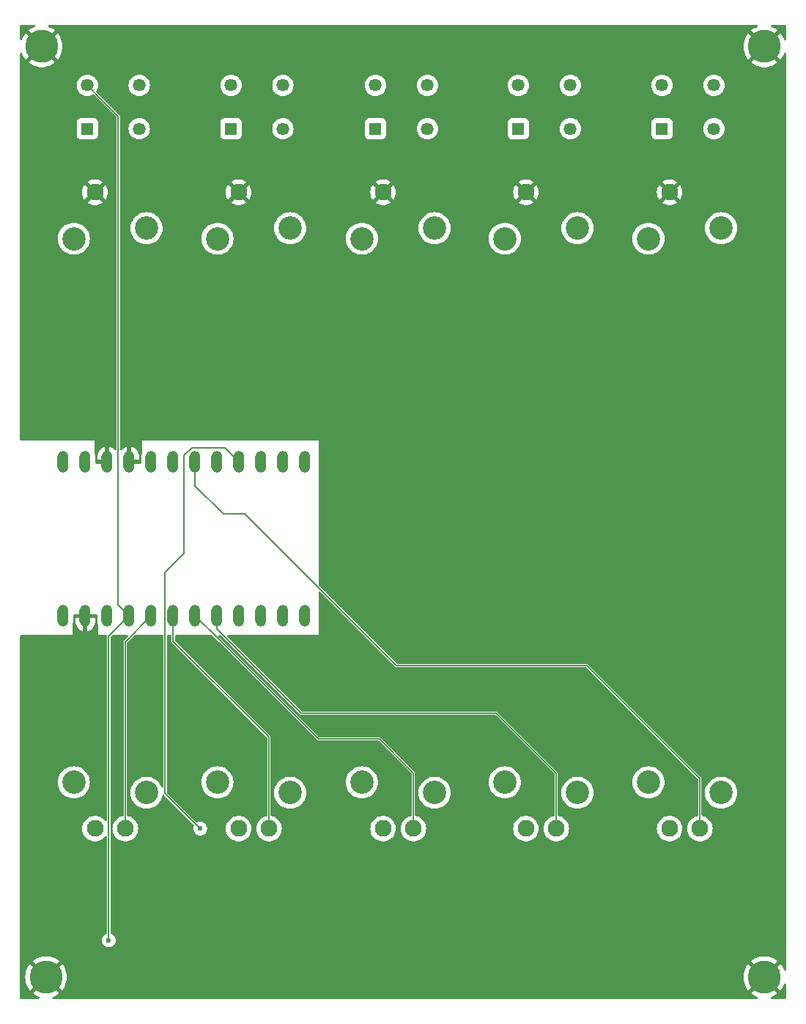
<source format=gbr>
%TF.GenerationSoftware,KiCad,Pcbnew,8.0.1*%
%TF.CreationDate,2024-04-04T14:27:13-04:00*%
%TF.ProjectId,mandreko-deej,6d616e64-7265-46b6-9f2d-6465656a2e6b,rev?*%
%TF.SameCoordinates,Original*%
%TF.FileFunction,Copper,L2,Bot*%
%TF.FilePolarity,Positive*%
%FSLAX46Y46*%
G04 Gerber Fmt 4.6, Leading zero omitted, Abs format (unit mm)*
G04 Created by KiCad (PCBNEW 8.0.1) date 2024-04-04 14:27:13*
%MOMM*%
%LPD*%
G01*
G04 APERTURE LIST*
G04 Aperture macros list*
%AMRoundRect*
0 Rectangle with rounded corners*
0 $1 Rounding radius*
0 $2 $3 $4 $5 $6 $7 $8 $9 X,Y pos of 4 corners*
0 Add a 4 corners polygon primitive as box body*
4,1,4,$2,$3,$4,$5,$6,$7,$8,$9,$2,$3,0*
0 Add four circle primitives for the rounded corners*
1,1,$1+$1,$2,$3*
1,1,$1+$1,$4,$5*
1,1,$1+$1,$6,$7*
1,1,$1+$1,$8,$9*
0 Add four rect primitives between the rounded corners*
20,1,$1+$1,$2,$3,$4,$5,0*
20,1,$1+$1,$4,$5,$6,$7,0*
20,1,$1+$1,$6,$7,$8,$9,0*
20,1,$1+$1,$8,$9,$2,$3,0*%
G04 Aperture macros list end*
%TA.AperFunction,ComponentPad*%
%ADD10R,1.458000X1.458000*%
%TD*%
%TA.AperFunction,ComponentPad*%
%ADD11C,1.458000*%
%TD*%
%TA.AperFunction,ComponentPad*%
%ADD12C,3.800000*%
%TD*%
%TA.AperFunction,ComponentPad*%
%ADD13C,1.950000*%
%TD*%
%TA.AperFunction,ComponentPad*%
%ADD14C,2.700000*%
%TD*%
%TA.AperFunction,SMDPad,CuDef*%
%ADD15RoundRect,0.635000X-0.000010X0.635000X-0.000010X-0.635000X0.000010X-0.635000X0.000010X0.635000X0*%
%TD*%
%TA.AperFunction,ViaPad*%
%ADD16C,0.600000*%
%TD*%
%TA.AperFunction,Conductor*%
%ADD17C,0.200000*%
%TD*%
G04 APERTURE END LIST*
D10*
%TO.P,S2,1*%
%TO.N,Net-(R2-Pad1)*%
X132873700Y-52000000D03*
D11*
%TO.P,S2,1_*%
%TO.N,unconnected-(S2-Pad1_)*%
X138873700Y-52000000D03*
%TO.P,S2,2*%
%TO.N,5V*%
X132873700Y-47000000D03*
%TO.P,S2,2_*%
%TO.N,unconnected-(S2-Pad2_)*%
X138873700Y-47000000D03*
%TD*%
D12*
%TO.P,TopLeftMountingHole,1*%
%TO.N,GND*%
X111000000Y-42500000D03*
%TD*%
D13*
%TO.P,R2,1*%
%TO.N,Net-(R2-Pad1)*%
X133761200Y-132850000D03*
%TO.P,R2,2*%
%TO.N,A2*%
X137261200Y-132850000D03*
%TO.P,R2,3*%
%TO.N,GND*%
X133761200Y-59350000D03*
D14*
%TO.P,R2,S1*%
%TO.N,N/C*%
X131311200Y-127500000D03*
%TO.P,R2,S2*%
X139711200Y-128700000D03*
%TO.P,R2,S3*%
X131311200Y-64700000D03*
%TO.P,R2,S4*%
X139711200Y-63500000D03*
%TD*%
D10*
%TO.P,S3,1*%
%TO.N,Net-(R3-Pad1)*%
X149562500Y-52000000D03*
D11*
%TO.P,S3,1_*%
%TO.N,unconnected-(S3-Pad1_)*%
X155562500Y-52000000D03*
%TO.P,S3,2*%
%TO.N,5V*%
X149562500Y-47000000D03*
%TO.P,S3,2_*%
%TO.N,unconnected-(S3-Pad2_)*%
X155562500Y-47000000D03*
%TD*%
D12*
%TO.P,TopRightMountingHole,1*%
%TO.N,GND*%
X194500000Y-42500000D03*
%TD*%
D13*
%TO.P,R3,1*%
%TO.N,Net-(R3-Pad1)*%
X150450000Y-132850000D03*
%TO.P,R3,2*%
%TO.N,A1*%
X153950000Y-132850000D03*
%TO.P,R3,3*%
%TO.N,GND*%
X150450000Y-59350000D03*
D14*
%TO.P,R3,S1*%
%TO.N,N/C*%
X148000000Y-127500000D03*
%TO.P,R3,S2*%
X156400000Y-128700000D03*
%TO.P,R3,S3*%
X148000000Y-64700000D03*
%TO.P,R3,S4*%
X156400000Y-63500000D03*
%TD*%
D10*
%TO.P,S4,1*%
%TO.N,Net-(R4-Pad1)*%
X166072200Y-52000000D03*
D11*
%TO.P,S4,1_*%
%TO.N,unconnected-(S4-Pad1_)*%
X172072200Y-52000000D03*
%TO.P,S4,2*%
%TO.N,5V*%
X166072200Y-47000000D03*
%TO.P,S4,2_*%
%TO.N,unconnected-(S4-Pad2_)*%
X172072200Y-47000000D03*
%TD*%
D13*
%TO.P,R1,1*%
%TO.N,Net-(R1-Pad1)*%
X117161900Y-132850000D03*
%TO.P,R1,2*%
%TO.N,A3*%
X120661900Y-132850000D03*
%TO.P,R1,3*%
%TO.N,GND*%
X117161900Y-59350000D03*
D14*
%TO.P,R1,S1*%
%TO.N,N/C*%
X114711900Y-127500000D03*
%TO.P,R1,S2*%
X123111900Y-128700000D03*
%TO.P,R1,S3*%
X114711900Y-64700000D03*
%TO.P,R1,S4*%
X123111900Y-63500000D03*
%TD*%
D10*
%TO.P,S1,1*%
%TO.N,Net-(R1-Pad1)*%
X116274400Y-52000000D03*
D11*
%TO.P,S1,1_*%
%TO.N,unconnected-(S1-Pad1_)*%
X122274400Y-52000000D03*
%TO.P,S1,2*%
%TO.N,5V*%
X116274400Y-47000000D03*
%TO.P,S1,2_*%
%TO.N,unconnected-(S1-Pad2_)*%
X122274400Y-47000000D03*
%TD*%
D12*
%TO.P,BottomRightMountingHole,1*%
%TO.N,GND*%
X194500000Y-150000000D03*
%TD*%
D10*
%TO.P,S5,1*%
%TO.N,Net-(R5-Pad1)*%
X182671500Y-52000000D03*
D11*
%TO.P,S5,1_*%
%TO.N,unconnected-(S5-Pad1_)*%
X188671500Y-52000000D03*
%TO.P,S5,2*%
%TO.N,5V*%
X182671500Y-47000000D03*
%TO.P,S5,2_*%
%TO.N,unconnected-(S5-Pad2_)*%
X188671500Y-47000000D03*
%TD*%
D13*
%TO.P,R4,1*%
%TO.N,Net-(R4-Pad1)*%
X166959700Y-132850000D03*
%TO.P,R4,2*%
%TO.N,A0*%
X170459700Y-132850000D03*
%TO.P,R4,3*%
%TO.N,GND*%
X166959700Y-59350000D03*
D14*
%TO.P,R4,S1*%
%TO.N,N/C*%
X164509700Y-127500000D03*
%TO.P,R4,S2*%
X172909700Y-128700000D03*
%TO.P,R4,S3*%
X164509700Y-64700000D03*
%TO.P,R4,S4*%
X172909700Y-63500000D03*
%TD*%
D12*
%TO.P,BottomLeftMountingHole,1*%
%TO.N,GND*%
X111500000Y-150000000D03*
%TD*%
D13*
%TO.P,R5,1*%
%TO.N,Net-(R5-Pad1)*%
X183559000Y-132850000D03*
%TO.P,R5,2*%
%TO.N,A6*%
X187059000Y-132850000D03*
%TO.P,R5,3*%
%TO.N,GND*%
X183559000Y-59350000D03*
D14*
%TO.P,R5,S1*%
%TO.N,N/C*%
X181109000Y-127500000D03*
%TO.P,R5,S2*%
X189509000Y-128700000D03*
%TO.P,R5,S3*%
X181109000Y-64700000D03*
%TO.P,R5,S4*%
X189509000Y-63500000D03*
%TD*%
D15*
%TO.P,U1,1,TX*%
%TO.N,unconnected-(U1-TX-Pad1)*%
X113500000Y-90500000D03*
%TO.P,U1,2,RX*%
%TO.N,unconnected-(U1-RX-Pad2)*%
X116040000Y-90500000D03*
%TO.P,U1,3,GND*%
%TO.N,GND*%
X118580000Y-90500000D03*
%TO.P,U1,4,GND*%
X121120000Y-90500000D03*
%TO.P,U1,5,D2*%
%TO.N,unconnected-(U1-D2-Pad5)*%
X123660000Y-90500000D03*
%TO.P,U1,6,D3*%
%TO.N,unconnected-(U1-D3-Pad6)*%
X126200000Y-90500000D03*
%TO.P,U1,7,D4/A6*%
%TO.N,A6*%
X128740000Y-90500000D03*
%TO.P,U1,8,D5*%
%TO.N,unconnected-(U1-D5-Pad8)*%
X131280000Y-90500000D03*
%TO.P,U1,9,D6/A7*%
%TO.N,A7*%
X133820000Y-90500000D03*
%TO.P,U1,10,D7*%
%TO.N,unconnected-(U1-D7-Pad10)*%
X136360000Y-90500000D03*
%TO.P,U1,11,D8/A8*%
%TO.N,unconnected-(U1-D8{slash}A8-Pad11)*%
X138900000Y-90500000D03*
%TO.P,U1,12,D9/A9*%
%TO.N,unconnected-(U1-D9{slash}A9-Pad12)*%
X141440000Y-90500000D03*
%TO.P,U1,13,D10/A10*%
%TO.N,unconnected-(U1-D10{slash}A10-Pad13)*%
X141440000Y-108280000D03*
%TO.P,U1,14,D16*%
%TO.N,unconnected-(U1-D16-Pad14)*%
X138900000Y-108280000D03*
%TO.P,U1,15,D14*%
%TO.N,unconnected-(U1-D14-Pad15)*%
X136360000Y-108280000D03*
%TO.P,U1,16,D15*%
%TO.N,unconnected-(U1-D15-Pad16)*%
X133820000Y-108280000D03*
%TO.P,U1,17,A0*%
%TO.N,A0*%
X131280000Y-108280000D03*
%TO.P,U1,18,A1*%
%TO.N,A1*%
X128740000Y-108280000D03*
%TO.P,U1,19,A2*%
%TO.N,A2*%
X126200000Y-108280000D03*
%TO.P,U1,20,A3*%
%TO.N,A3*%
X123660000Y-108280000D03*
%TO.P,U1,21,5V*%
%TO.N,5V*%
X121120000Y-108280000D03*
%TO.P,U1,22,RST*%
%TO.N,unconnected-(U1-RST-Pad22)*%
X118580000Y-108280000D03*
%TO.P,U1,23,GND*%
%TO.N,GND*%
X116040000Y-108280000D03*
%TO.P,U1,24,RAW*%
%TO.N,unconnected-(U1-RAW-Pad24)*%
X113500000Y-108280000D03*
%TD*%
D16*
%TO.N,GND*%
X169485000Y-148518300D03*
X152885500Y-150486800D03*
X186084000Y-148517100D03*
X139214800Y-143448100D03*
X186507300Y-143850000D03*
X136286200Y-148517300D03*
X153280300Y-143361700D03*
X120310200Y-142748800D03*
X119686900Y-148512900D03*
X169891800Y-143433800D03*
%TO.N,5V*%
X118750000Y-145750000D03*
%TO.N,A7*%
X129304000Y-132834000D03*
%TD*%
D17*
%TO.N,5V*%
X116274000Y-47000000D02*
X118062000Y-48787800D01*
X118062000Y-48787800D02*
X119850000Y-50575600D01*
X118062000Y-48787800D02*
X116274400Y-47000200D01*
X119850000Y-107010000D02*
X121120000Y-108280000D01*
X116274400Y-47000200D02*
X116274400Y-47000000D01*
X118750000Y-145750000D02*
X118750000Y-110650000D01*
X119850000Y-50575600D02*
X119850000Y-107010000D01*
X118750000Y-110650000D02*
X121120000Y-108280000D01*
%TO.N,A0*%
X141000000Y-119500000D02*
X163500000Y-119500000D01*
X170459700Y-126459700D02*
X170459700Y-132850000D01*
X163500000Y-119500000D02*
X170459700Y-126459700D01*
X131280000Y-108280000D02*
X131280000Y-109780000D01*
X131280000Y-109780000D02*
X141000000Y-119500000D01*
%TO.N,A1*%
X131460000Y-111000000D02*
X131500000Y-111000000D01*
X143000000Y-122500000D02*
X150000000Y-122500000D01*
X128740000Y-108280000D02*
X131460000Y-111000000D01*
X153950000Y-126450000D02*
X153950000Y-132850000D01*
X131500000Y-111000000D02*
X143000000Y-122500000D01*
X150000000Y-122500000D02*
X153950000Y-126450000D01*
%TO.N,A2*%
X137261200Y-132850000D02*
X137261200Y-122261200D01*
X126200000Y-111200000D02*
X126200000Y-108280000D01*
X137261200Y-122261200D02*
X126200000Y-111200000D01*
%TO.N,A3*%
X120661900Y-111278100D02*
X123660000Y-108280000D01*
X120661900Y-132850000D02*
X120661900Y-111278100D01*
%TO.N,A6*%
X132000000Y-96500000D02*
X134500000Y-96500000D01*
X128740000Y-93240000D02*
X132000000Y-96500000D01*
X134500000Y-96500000D02*
X152000000Y-114000000D01*
X187059000Y-127059000D02*
X187059000Y-132850000D01*
X128740000Y-90500000D02*
X128740000Y-93240000D01*
X152000000Y-114000000D02*
X174000000Y-114000000D01*
X174000000Y-114000000D02*
X187059000Y-127059000D01*
%TO.N,A7*%
X128337000Y-88879000D02*
X127470000Y-89745700D01*
X127470000Y-101061000D02*
X125257000Y-103274000D01*
X125257000Y-128787000D02*
X129304000Y-132834000D01*
X133820000Y-90500000D02*
X132199000Y-88879000D01*
X127470000Y-89745700D02*
X127470000Y-101061000D01*
X132199000Y-88879000D02*
X128337000Y-88879000D01*
X125257000Y-103274000D02*
X125257000Y-128787000D01*
%TD*%
%TA.AperFunction,Conductor*%
%TO.N,GND*%
G36*
X193710493Y-40020185D02*
G01*
X193756248Y-40072989D01*
X193766192Y-40142147D01*
X193737167Y-40205703D01*
X193689101Y-40239792D01*
X193476117Y-40324117D01*
X193476109Y-40324121D01*
X193211476Y-40469604D01*
X193211471Y-40469607D01*
X192986565Y-40633010D01*
X192986564Y-40633011D01*
X193917262Y-41563709D01*
X193783398Y-41660967D01*
X193660967Y-41783398D01*
X193563709Y-41917262D01*
X192635311Y-40988864D01*
X192554520Y-41086525D01*
X192554518Y-41086528D01*
X192392707Y-41341502D01*
X192392704Y-41341508D01*
X192264127Y-41614747D01*
X192264125Y-41614752D01*
X192170805Y-41901959D01*
X192114216Y-42198609D01*
X192114215Y-42198616D01*
X192095255Y-42499994D01*
X192095255Y-42500005D01*
X192114215Y-42801383D01*
X192114216Y-42801390D01*
X192170805Y-43098040D01*
X192264125Y-43385247D01*
X192264127Y-43385252D01*
X192392704Y-43658491D01*
X192392707Y-43658497D01*
X192554516Y-43913469D01*
X192635311Y-44011133D01*
X193563708Y-43082736D01*
X193660967Y-43216602D01*
X193783398Y-43339033D01*
X193917262Y-43436290D01*
X192986564Y-44366987D01*
X192986565Y-44366989D01*
X193211461Y-44530385D01*
X193211479Y-44530397D01*
X193476109Y-44675878D01*
X193476117Y-44675882D01*
X193756889Y-44787047D01*
X193756892Y-44787048D01*
X194049399Y-44862150D01*
X194348995Y-44899999D01*
X194349007Y-44900000D01*
X194650993Y-44900000D01*
X194651004Y-44899999D01*
X194950600Y-44862150D01*
X195243107Y-44787048D01*
X195243110Y-44787047D01*
X195523882Y-44675882D01*
X195523890Y-44675878D01*
X195788520Y-44530397D01*
X195788530Y-44530390D01*
X196013433Y-44366987D01*
X196013434Y-44366987D01*
X195082737Y-43436290D01*
X195216602Y-43339033D01*
X195339033Y-43216602D01*
X195436290Y-43082737D01*
X196364687Y-44011134D01*
X196445486Y-43913464D01*
X196607292Y-43658497D01*
X196607295Y-43658491D01*
X196735872Y-43385252D01*
X196735874Y-43385247D01*
X196757569Y-43318479D01*
X196797006Y-43260804D01*
X196861365Y-43233605D01*
X196930211Y-43245520D01*
X196981687Y-43292764D01*
X196999500Y-43356797D01*
X196999500Y-149143202D01*
X196979815Y-149210241D01*
X196927011Y-149255996D01*
X196857853Y-149265940D01*
X196794297Y-149236915D01*
X196757569Y-149181520D01*
X196735874Y-149114752D01*
X196735872Y-149114747D01*
X196607295Y-148841508D01*
X196607292Y-148841502D01*
X196445483Y-148586530D01*
X196364686Y-148488864D01*
X195436289Y-149417261D01*
X195339033Y-149283398D01*
X195216602Y-149160967D01*
X195082736Y-149063709D01*
X196013434Y-148133011D01*
X196013433Y-148133009D01*
X195788538Y-147969614D01*
X195788520Y-147969602D01*
X195523890Y-147824121D01*
X195523882Y-147824117D01*
X195243110Y-147712952D01*
X195243107Y-147712951D01*
X194950600Y-147637849D01*
X194651004Y-147600000D01*
X194348995Y-147600000D01*
X194049399Y-147637849D01*
X193756892Y-147712951D01*
X193756889Y-147712952D01*
X193476117Y-147824117D01*
X193476109Y-147824121D01*
X193211476Y-147969604D01*
X193211471Y-147969607D01*
X192986565Y-148133010D01*
X192986564Y-148133011D01*
X193917262Y-149063709D01*
X193783398Y-149160967D01*
X193660967Y-149283398D01*
X193563709Y-149417262D01*
X192635311Y-148488864D01*
X192554520Y-148586525D01*
X192554518Y-148586528D01*
X192392707Y-148841502D01*
X192392704Y-148841508D01*
X192264127Y-149114747D01*
X192264125Y-149114752D01*
X192170805Y-149401959D01*
X192114216Y-149698609D01*
X192114215Y-149698616D01*
X192095255Y-149999994D01*
X192095255Y-150000005D01*
X192114215Y-150301383D01*
X192114216Y-150301390D01*
X192170805Y-150598040D01*
X192264125Y-150885247D01*
X192264127Y-150885252D01*
X192392704Y-151158491D01*
X192392707Y-151158497D01*
X192554516Y-151413469D01*
X192635311Y-151511133D01*
X193563708Y-150582736D01*
X193660967Y-150716602D01*
X193783398Y-150839033D01*
X193917262Y-150936290D01*
X192986564Y-151866987D01*
X192986565Y-151866989D01*
X193211461Y-152030385D01*
X193211479Y-152030397D01*
X193476109Y-152175878D01*
X193476117Y-152175882D01*
X193689101Y-152260208D01*
X193744187Y-152303189D01*
X193767290Y-152369128D01*
X193751077Y-152437090D01*
X193700694Y-152485498D01*
X193643454Y-152499500D01*
X112356546Y-152499500D01*
X112289507Y-152479815D01*
X112243752Y-152427011D01*
X112233808Y-152357853D01*
X112262833Y-152294297D01*
X112310899Y-152260208D01*
X112523882Y-152175882D01*
X112523890Y-152175878D01*
X112788520Y-152030397D01*
X112788530Y-152030390D01*
X113013433Y-151866987D01*
X113013434Y-151866987D01*
X112082737Y-150936290D01*
X112216602Y-150839033D01*
X112339033Y-150716602D01*
X112436290Y-150582737D01*
X113364687Y-151511134D01*
X113445486Y-151413464D01*
X113607292Y-151158497D01*
X113607295Y-151158491D01*
X113735872Y-150885252D01*
X113735874Y-150885247D01*
X113829194Y-150598040D01*
X113885783Y-150301390D01*
X113885784Y-150301383D01*
X113904745Y-150000005D01*
X113904745Y-149999994D01*
X113885784Y-149698616D01*
X113885783Y-149698609D01*
X113829194Y-149401959D01*
X113735874Y-149114752D01*
X113735872Y-149114747D01*
X113607295Y-148841508D01*
X113607292Y-148841502D01*
X113445483Y-148586530D01*
X113364686Y-148488864D01*
X112436289Y-149417261D01*
X112339033Y-149283398D01*
X112216602Y-149160967D01*
X112082736Y-149063709D01*
X113013434Y-148133011D01*
X113013433Y-148133009D01*
X112788538Y-147969614D01*
X112788520Y-147969602D01*
X112523890Y-147824121D01*
X112523882Y-147824117D01*
X112243110Y-147712952D01*
X112243107Y-147712951D01*
X111950600Y-147637849D01*
X111651004Y-147600000D01*
X111348995Y-147600000D01*
X111049399Y-147637849D01*
X110756892Y-147712951D01*
X110756889Y-147712952D01*
X110476117Y-147824117D01*
X110476109Y-147824121D01*
X110211476Y-147969604D01*
X110211471Y-147969607D01*
X109986565Y-148133010D01*
X109986564Y-148133011D01*
X110917262Y-149063709D01*
X110783398Y-149160967D01*
X110660967Y-149283398D01*
X110563709Y-149417262D01*
X109635311Y-148488864D01*
X109554520Y-148586525D01*
X109554518Y-148586528D01*
X109392707Y-148841502D01*
X109392704Y-148841508D01*
X109264127Y-149114747D01*
X109264125Y-149114752D01*
X109170805Y-149401959D01*
X109114216Y-149698609D01*
X109114215Y-149698616D01*
X109095255Y-149999994D01*
X109095255Y-150000005D01*
X109114215Y-150301383D01*
X109114216Y-150301390D01*
X109170805Y-150598040D01*
X109264125Y-150885247D01*
X109264127Y-150885252D01*
X109392704Y-151158491D01*
X109392707Y-151158497D01*
X109554516Y-151413469D01*
X109635311Y-151511133D01*
X110563708Y-150582736D01*
X110660967Y-150716602D01*
X110783398Y-150839033D01*
X110917262Y-150936290D01*
X109986564Y-151866987D01*
X109986565Y-151866989D01*
X110211461Y-152030385D01*
X110211479Y-152030397D01*
X110476109Y-152175878D01*
X110476117Y-152175882D01*
X110689101Y-152260208D01*
X110744187Y-152303189D01*
X110767290Y-152369128D01*
X110751077Y-152437090D01*
X110700694Y-152485498D01*
X110643454Y-152499500D01*
X108624500Y-152499500D01*
X108557461Y-152479815D01*
X108511706Y-152427011D01*
X108500500Y-152375500D01*
X108500500Y-127500001D01*
X112856673Y-127500001D01*
X112875557Y-127764027D01*
X112875558Y-127764034D01*
X112931821Y-128022673D01*
X113024326Y-128270690D01*
X113024328Y-128270694D01*
X113151180Y-128503005D01*
X113151185Y-128503013D01*
X113309806Y-128714907D01*
X113309822Y-128714925D01*
X113496974Y-128902077D01*
X113496992Y-128902093D01*
X113708886Y-129060714D01*
X113708894Y-129060719D01*
X113941205Y-129187571D01*
X113941209Y-129187573D01*
X113941211Y-129187574D01*
X114189222Y-129280077D01*
X114189225Y-129280077D01*
X114189226Y-129280078D01*
X114384452Y-129322546D01*
X114447874Y-129336343D01*
X114691560Y-129353772D01*
X114711899Y-129355227D01*
X114711900Y-129355227D01*
X114711901Y-129355227D01*
X114730785Y-129353876D01*
X114975926Y-129336343D01*
X115234578Y-129280077D01*
X115482589Y-129187574D01*
X115714911Y-129060716D01*
X115926815Y-128902087D01*
X116113987Y-128714915D01*
X116272616Y-128503011D01*
X116399474Y-128270689D01*
X116491977Y-128022678D01*
X116548243Y-127764026D01*
X116567127Y-127500000D01*
X116566059Y-127485074D01*
X116564425Y-127462230D01*
X116548243Y-127235974D01*
X116527210Y-127139285D01*
X116491978Y-126977326D01*
X116482192Y-126951089D01*
X116399474Y-126729311D01*
X116295341Y-126538607D01*
X116272619Y-126496994D01*
X116272614Y-126496986D01*
X116113993Y-126285092D01*
X116113977Y-126285074D01*
X115926825Y-126097922D01*
X115926807Y-126097906D01*
X115714913Y-125939285D01*
X115714905Y-125939280D01*
X115482594Y-125812428D01*
X115482590Y-125812426D01*
X115234573Y-125719921D01*
X114975934Y-125663658D01*
X114975927Y-125663657D01*
X114711901Y-125644773D01*
X114711899Y-125644773D01*
X114447872Y-125663657D01*
X114447865Y-125663658D01*
X114189226Y-125719921D01*
X113941209Y-125812426D01*
X113941205Y-125812428D01*
X113708894Y-125939280D01*
X113708886Y-125939285D01*
X113496992Y-126097906D01*
X113496974Y-126097922D01*
X113309822Y-126285074D01*
X113309806Y-126285092D01*
X113151185Y-126496986D01*
X113151180Y-126496994D01*
X113024328Y-126729305D01*
X113024326Y-126729309D01*
X112931821Y-126977326D01*
X112875558Y-127235965D01*
X112875557Y-127235972D01*
X112856673Y-127499998D01*
X112856673Y-127500001D01*
X108500500Y-127500001D01*
X108500500Y-110624000D01*
X108520185Y-110556961D01*
X108572989Y-110511206D01*
X108624500Y-110500000D01*
X114600000Y-110500000D01*
X114600000Y-109213598D01*
X114602834Y-109187239D01*
X114632597Y-109050423D01*
X114632596Y-109050423D01*
X114632598Y-109050419D01*
X114635500Y-109001704D01*
X114635500Y-108530000D01*
X114905001Y-108530000D01*
X114905001Y-109001664D01*
X114907901Y-109050363D01*
X114953974Y-109262160D01*
X114953976Y-109262167D01*
X115039300Y-109461416D01*
X115039306Y-109461426D01*
X115160792Y-109640924D01*
X115160800Y-109640933D01*
X115314066Y-109794199D01*
X115314075Y-109794207D01*
X115493573Y-109915693D01*
X115493583Y-109915699D01*
X115692832Y-110001023D01*
X115692839Y-110001025D01*
X115789999Y-110022161D01*
X115790000Y-110022160D01*
X115790000Y-108530000D01*
X116290000Y-108530000D01*
X116290000Y-110022161D01*
X116387160Y-110001025D01*
X116387167Y-110001023D01*
X116586416Y-109915699D01*
X116586426Y-109915693D01*
X116765924Y-109794207D01*
X116765933Y-109794199D01*
X116919199Y-109640933D01*
X116919207Y-109640924D01*
X117040693Y-109461426D01*
X117040699Y-109461416D01*
X117126023Y-109262167D01*
X117126025Y-109262160D01*
X117172099Y-109050364D01*
X117175000Y-109001663D01*
X117175000Y-108530000D01*
X116290000Y-108530000D01*
X115790000Y-108530000D01*
X114905001Y-108530000D01*
X114635500Y-108530000D01*
X114635500Y-108224000D01*
X114655185Y-108156961D01*
X114707989Y-108111206D01*
X114759500Y-108100000D01*
X117320500Y-108100000D01*
X117387539Y-108119685D01*
X117433294Y-108172489D01*
X117444500Y-108224000D01*
X117444500Y-109001704D01*
X117447402Y-109050419D01*
X117447402Y-109050423D01*
X117447403Y-109050424D01*
X117493498Y-109262319D01*
X117494111Y-109264235D01*
X117494606Y-109267411D01*
X117494754Y-109268090D01*
X117494713Y-109268098D01*
X117500000Y-109301993D01*
X117500000Y-110500000D01*
X118435500Y-110500000D01*
X118502539Y-110519685D01*
X118548294Y-110572489D01*
X118559500Y-110624000D01*
X118559500Y-131874979D01*
X118539815Y-131942018D01*
X118487011Y-131987773D01*
X118417853Y-131997717D01*
X118354297Y-131968692D01*
X118331693Y-131942804D01*
X118330266Y-131940620D01*
X118164657Y-131760722D01*
X118164647Y-131760713D01*
X117971691Y-131610529D01*
X117971687Y-131610526D01*
X117756634Y-131494145D01*
X117756629Y-131494143D01*
X117525358Y-131414748D01*
X117344461Y-131384562D01*
X117284163Y-131374500D01*
X117039637Y-131374500D01*
X116991398Y-131382549D01*
X116798441Y-131414748D01*
X116567170Y-131494143D01*
X116567165Y-131494145D01*
X116352112Y-131610526D01*
X116352108Y-131610529D01*
X116159152Y-131760713D01*
X116159142Y-131760722D01*
X115993532Y-131940621D01*
X115859788Y-132145333D01*
X115761563Y-132369265D01*
X115701536Y-132606304D01*
X115701534Y-132606316D01*
X115681343Y-132849994D01*
X115681343Y-132850005D01*
X115701534Y-133093683D01*
X115701536Y-133093695D01*
X115761563Y-133330734D01*
X115859788Y-133554666D01*
X115993532Y-133759378D01*
X116159142Y-133939277D01*
X116159146Y-133939281D01*
X116352112Y-134089473D01*
X116567167Y-134205855D01*
X116567170Y-134205856D01*
X116798441Y-134285251D01*
X116798443Y-134285251D01*
X116798445Y-134285252D01*
X117039637Y-134325500D01*
X117039638Y-134325500D01*
X117284162Y-134325500D01*
X117284163Y-134325500D01*
X117525355Y-134285252D01*
X117756633Y-134205855D01*
X117971688Y-134089473D01*
X118164654Y-133939281D01*
X118330268Y-133759377D01*
X118330718Y-133758687D01*
X118331689Y-133757203D01*
X118332498Y-133756511D01*
X118333421Y-133755327D01*
X118333664Y-133755516D01*
X118384833Y-133711844D01*
X118454064Y-133702417D01*
X118517401Y-133731917D01*
X118554735Y-133790976D01*
X118559500Y-133825020D01*
X118559500Y-144880584D01*
X118539815Y-144947623D01*
X118487011Y-144993378D01*
X118476455Y-144997625D01*
X118400479Y-145024210D01*
X118400475Y-145024212D01*
X118247737Y-145120184D01*
X118120184Y-145247737D01*
X118024211Y-145400476D01*
X117964631Y-145570745D01*
X117964630Y-145570750D01*
X117944435Y-145749996D01*
X117944435Y-145750003D01*
X117964630Y-145929249D01*
X117964631Y-145929254D01*
X118024211Y-146099523D01*
X118120184Y-146252262D01*
X118247738Y-146379816D01*
X118400478Y-146475789D01*
X118570745Y-146535368D01*
X118570750Y-146535369D01*
X118749996Y-146555565D01*
X118750000Y-146555565D01*
X118750004Y-146555565D01*
X118929249Y-146535369D01*
X118929252Y-146535368D01*
X118929255Y-146535368D01*
X119099522Y-146475789D01*
X119252262Y-146379816D01*
X119379816Y-146252262D01*
X119475789Y-146099522D01*
X119535368Y-145929255D01*
X119555565Y-145750000D01*
X119535368Y-145570745D01*
X119475789Y-145400478D01*
X119379816Y-145247738D01*
X119252262Y-145120184D01*
X119099522Y-145024211D01*
X119099520Y-145024210D01*
X119023545Y-144997625D01*
X118966769Y-144956903D01*
X118941022Y-144891951D01*
X118940500Y-144880584D01*
X118940500Y-132941500D01*
X118960185Y-132874461D01*
X118986845Y-132851359D01*
X118975836Y-132845186D01*
X118943044Y-132783489D01*
X118940500Y-132758499D01*
X118940500Y-110780269D01*
X118960185Y-110713230D01*
X118976819Y-110692588D01*
X119133088Y-110536319D01*
X119194411Y-110502834D01*
X119220769Y-110500000D01*
X120871231Y-110500000D01*
X120938270Y-110519685D01*
X120984025Y-110572489D01*
X120993969Y-110641647D01*
X120964944Y-110705203D01*
X120958916Y-110711676D01*
X120600861Y-111069731D01*
X120553991Y-111116601D01*
X120500403Y-111170188D01*
X120500402Y-111170189D01*
X120471400Y-111240205D01*
X120471400Y-131280863D01*
X120451715Y-131347902D01*
X120398911Y-131393657D01*
X120367811Y-131403172D01*
X120298441Y-131414748D01*
X120067170Y-131494143D01*
X120067165Y-131494145D01*
X119852112Y-131610526D01*
X119852108Y-131610529D01*
X119659152Y-131760713D01*
X119659142Y-131760722D01*
X119493532Y-131940621D01*
X119359788Y-132145333D01*
X119261563Y-132369265D01*
X119201536Y-132606304D01*
X119201534Y-132606316D01*
X119188076Y-132768739D01*
X119162923Y-132833924D01*
X119144631Y-132847297D01*
X119145703Y-132847787D01*
X119183477Y-132906565D01*
X119188076Y-132931260D01*
X119201534Y-133093683D01*
X119201536Y-133093695D01*
X119261563Y-133330734D01*
X119359788Y-133554666D01*
X119493532Y-133759378D01*
X119659142Y-133939277D01*
X119659146Y-133939281D01*
X119852112Y-134089473D01*
X120067167Y-134205855D01*
X120067170Y-134205856D01*
X120298441Y-134285251D01*
X120298443Y-134285251D01*
X120298445Y-134285252D01*
X120539637Y-134325500D01*
X120539638Y-134325500D01*
X120784162Y-134325500D01*
X120784163Y-134325500D01*
X121025355Y-134285252D01*
X121256633Y-134205855D01*
X121471688Y-134089473D01*
X121664654Y-133939281D01*
X121830268Y-133759377D01*
X121964011Y-133554667D01*
X122062236Y-133330736D01*
X122122264Y-133093692D01*
X122122265Y-133093683D01*
X122142457Y-132850005D01*
X122142457Y-132849994D01*
X122122265Y-132606316D01*
X122122263Y-132606304D01*
X122091412Y-132484476D01*
X122062236Y-132369264D01*
X121964011Y-132145333D01*
X121900834Y-132048633D01*
X121830267Y-131940621D01*
X121664657Y-131760722D01*
X121664647Y-131760713D01*
X121471691Y-131610529D01*
X121471687Y-131610526D01*
X121256634Y-131494145D01*
X121256629Y-131494143D01*
X121025358Y-131414748D01*
X120955989Y-131403172D01*
X120893104Y-131372720D01*
X120856665Y-131313105D01*
X120852400Y-131280863D01*
X120852400Y-111408369D01*
X120872085Y-111341330D01*
X120888719Y-111320688D01*
X121673088Y-110536319D01*
X121734411Y-110502834D01*
X121760769Y-110500000D01*
X124942500Y-110500000D01*
X125009539Y-110519685D01*
X125055294Y-110572489D01*
X125066500Y-110624000D01*
X125066500Y-127957950D01*
X125046815Y-128024989D01*
X124994011Y-128070744D01*
X124924853Y-128080688D01*
X124861297Y-128051663D01*
X124826318Y-128001284D01*
X124799474Y-127929311D01*
X124672616Y-127696989D01*
X124672614Y-127696986D01*
X124513993Y-127485092D01*
X124513977Y-127485074D01*
X124326825Y-127297922D01*
X124326807Y-127297906D01*
X124114913Y-127139285D01*
X124114905Y-127139280D01*
X123882594Y-127012428D01*
X123882590Y-127012426D01*
X123634573Y-126919921D01*
X123375934Y-126863658D01*
X123375927Y-126863657D01*
X123111901Y-126844773D01*
X123111899Y-126844773D01*
X122847872Y-126863657D01*
X122847865Y-126863658D01*
X122589226Y-126919921D01*
X122341209Y-127012426D01*
X122341205Y-127012428D01*
X122108894Y-127139280D01*
X122108886Y-127139285D01*
X121896992Y-127297906D01*
X121896974Y-127297922D01*
X121709822Y-127485074D01*
X121709806Y-127485092D01*
X121551185Y-127696986D01*
X121551180Y-127696994D01*
X121424328Y-127929305D01*
X121424326Y-127929309D01*
X121331821Y-128177326D01*
X121275558Y-128435965D01*
X121275557Y-128435972D01*
X121256673Y-128699998D01*
X121256673Y-128700001D01*
X121275557Y-128964027D01*
X121275558Y-128964034D01*
X121331821Y-129222673D01*
X121424326Y-129470690D01*
X121424328Y-129470694D01*
X121551180Y-129703005D01*
X121551185Y-129703013D01*
X121709806Y-129914907D01*
X121709822Y-129914925D01*
X121896974Y-130102077D01*
X121896992Y-130102093D01*
X122108886Y-130260714D01*
X122108894Y-130260719D01*
X122341205Y-130387571D01*
X122341209Y-130387573D01*
X122341211Y-130387574D01*
X122589222Y-130480077D01*
X122589225Y-130480077D01*
X122589226Y-130480078D01*
X122784452Y-130522546D01*
X122847874Y-130536343D01*
X123091560Y-130553772D01*
X123111899Y-130555227D01*
X123111900Y-130555227D01*
X123111901Y-130555227D01*
X123130785Y-130553876D01*
X123375926Y-130536343D01*
X123634578Y-130480077D01*
X123882589Y-130387574D01*
X124114911Y-130260716D01*
X124326815Y-130102087D01*
X124513987Y-129914915D01*
X124672616Y-129703011D01*
X124799474Y-129470689D01*
X124891977Y-129222678D01*
X124927209Y-129060719D01*
X124938632Y-129008210D01*
X124972117Y-128946887D01*
X125033440Y-128913402D01*
X125103132Y-128918386D01*
X125147479Y-128946887D01*
X125166526Y-128965934D01*
X125166532Y-128965939D01*
X128550816Y-132350224D01*
X128584301Y-132411547D01*
X128580176Y-132478860D01*
X128518633Y-132654737D01*
X128518630Y-132654750D01*
X128498435Y-132833996D01*
X128498435Y-132834003D01*
X128518630Y-133013249D01*
X128518631Y-133013254D01*
X128578211Y-133183523D01*
X128670711Y-133330734D01*
X128674184Y-133336262D01*
X128801738Y-133463816D01*
X128892080Y-133520582D01*
X128946324Y-133554666D01*
X128954478Y-133559789D01*
X129124745Y-133619368D01*
X129124750Y-133619369D01*
X129303996Y-133639565D01*
X129304000Y-133639565D01*
X129304004Y-133639565D01*
X129483249Y-133619369D01*
X129483252Y-133619368D01*
X129483255Y-133619368D01*
X129653522Y-133559789D01*
X129806262Y-133463816D01*
X129933816Y-133336262D01*
X130029789Y-133183522D01*
X130089368Y-133013255D01*
X130101389Y-132906565D01*
X130107762Y-132850005D01*
X132280643Y-132850005D01*
X132300834Y-133093683D01*
X132300836Y-133093695D01*
X132360863Y-133330734D01*
X132459088Y-133554666D01*
X132592832Y-133759378D01*
X132758442Y-133939277D01*
X132758446Y-133939281D01*
X132951412Y-134089473D01*
X133166467Y-134205855D01*
X133166470Y-134205856D01*
X133397741Y-134285251D01*
X133397743Y-134285251D01*
X133397745Y-134285252D01*
X133638937Y-134325500D01*
X133638938Y-134325500D01*
X133883462Y-134325500D01*
X133883463Y-134325500D01*
X134124655Y-134285252D01*
X134355933Y-134205855D01*
X134570988Y-134089473D01*
X134763954Y-133939281D01*
X134929568Y-133759377D01*
X135063311Y-133554667D01*
X135161536Y-133330736D01*
X135221564Y-133093692D01*
X135221565Y-133093683D01*
X135241757Y-132850005D01*
X135241757Y-132849994D01*
X135221565Y-132606316D01*
X135221563Y-132606304D01*
X135190712Y-132484476D01*
X135161536Y-132369264D01*
X135063311Y-132145333D01*
X135000134Y-132048633D01*
X134929567Y-131940621D01*
X134763957Y-131760722D01*
X134763947Y-131760713D01*
X134570991Y-131610529D01*
X134570987Y-131610526D01*
X134355934Y-131494145D01*
X134355929Y-131494143D01*
X134124658Y-131414748D01*
X133943761Y-131384562D01*
X133883463Y-131374500D01*
X133638937Y-131374500D01*
X133590698Y-131382549D01*
X133397741Y-131414748D01*
X133166470Y-131494143D01*
X133166465Y-131494145D01*
X132951412Y-131610526D01*
X132951408Y-131610529D01*
X132758452Y-131760713D01*
X132758442Y-131760722D01*
X132592832Y-131940621D01*
X132459088Y-132145333D01*
X132360863Y-132369265D01*
X132300836Y-132606304D01*
X132300834Y-132606316D01*
X132280643Y-132849994D01*
X132280643Y-132850005D01*
X130107762Y-132850005D01*
X130109565Y-132834003D01*
X130109565Y-132833996D01*
X130089369Y-132654750D01*
X130089368Y-132654745D01*
X130029788Y-132484476D01*
X129957395Y-132369264D01*
X129933816Y-132331738D01*
X129806262Y-132204184D01*
X129653523Y-132108211D01*
X129483254Y-132048631D01*
X129483249Y-132048630D01*
X129304004Y-132028435D01*
X129303996Y-132028435D01*
X129124750Y-132048630D01*
X129124737Y-132048633D01*
X128948860Y-132110176D01*
X128879081Y-132113738D01*
X128820224Y-132080816D01*
X125483819Y-128744411D01*
X125450334Y-128683088D01*
X125447500Y-128656730D01*
X125447500Y-127500001D01*
X129455973Y-127500001D01*
X129474857Y-127764027D01*
X129474858Y-127764034D01*
X129531121Y-128022673D01*
X129623626Y-128270690D01*
X129623628Y-128270694D01*
X129750480Y-128503005D01*
X129750485Y-128503013D01*
X129909106Y-128714907D01*
X129909122Y-128714925D01*
X130096274Y-128902077D01*
X130096292Y-128902093D01*
X130308186Y-129060714D01*
X130308194Y-129060719D01*
X130540505Y-129187571D01*
X130540509Y-129187573D01*
X130540511Y-129187574D01*
X130788522Y-129280077D01*
X130788525Y-129280077D01*
X130788526Y-129280078D01*
X130983752Y-129322546D01*
X131047174Y-129336343D01*
X131290860Y-129353772D01*
X131311199Y-129355227D01*
X131311200Y-129355227D01*
X131311201Y-129355227D01*
X131330085Y-129353876D01*
X131575226Y-129336343D01*
X131833878Y-129280077D01*
X132081889Y-129187574D01*
X132314211Y-129060716D01*
X132526115Y-128902087D01*
X132713287Y-128714915D01*
X132871916Y-128503011D01*
X132998774Y-128270689D01*
X133091277Y-128022678D01*
X133147543Y-127764026D01*
X133166427Y-127500000D01*
X133165359Y-127485074D01*
X133163725Y-127462230D01*
X133147543Y-127235974D01*
X133126510Y-127139285D01*
X133091278Y-126977326D01*
X133081492Y-126951089D01*
X132998774Y-126729311D01*
X132894641Y-126538607D01*
X132871919Y-126496994D01*
X132871914Y-126496986D01*
X132713293Y-126285092D01*
X132713277Y-126285074D01*
X132526125Y-126097922D01*
X132526107Y-126097906D01*
X132314213Y-125939285D01*
X132314205Y-125939280D01*
X132081894Y-125812428D01*
X132081890Y-125812426D01*
X131833873Y-125719921D01*
X131575234Y-125663658D01*
X131575227Y-125663657D01*
X131311201Y-125644773D01*
X131311199Y-125644773D01*
X131047172Y-125663657D01*
X131047165Y-125663658D01*
X130788526Y-125719921D01*
X130540509Y-125812426D01*
X130540505Y-125812428D01*
X130308194Y-125939280D01*
X130308186Y-125939285D01*
X130096292Y-126097906D01*
X130096274Y-126097922D01*
X129909122Y-126285074D01*
X129909106Y-126285092D01*
X129750485Y-126496986D01*
X129750480Y-126496994D01*
X129623628Y-126729305D01*
X129623626Y-126729309D01*
X129531121Y-126977326D01*
X129474858Y-127235965D01*
X129474857Y-127235972D01*
X129455973Y-127499998D01*
X129455973Y-127500001D01*
X125447500Y-127500001D01*
X125447500Y-110624000D01*
X125467185Y-110556961D01*
X125519989Y-110511206D01*
X125571500Y-110500000D01*
X125885500Y-110500000D01*
X125952539Y-110519685D01*
X125998294Y-110572489D01*
X126009500Y-110624000D01*
X126009500Y-111237894D01*
X126038502Y-111307910D01*
X126109526Y-111378934D01*
X126109532Y-111378939D01*
X137034381Y-122303788D01*
X137067866Y-122365111D01*
X137070700Y-122391469D01*
X137070700Y-131280863D01*
X137051015Y-131347902D01*
X136998211Y-131393657D01*
X136967111Y-131403172D01*
X136897741Y-131414748D01*
X136666470Y-131494143D01*
X136666465Y-131494145D01*
X136451412Y-131610526D01*
X136451408Y-131610529D01*
X136258452Y-131760713D01*
X136258442Y-131760722D01*
X136092832Y-131940621D01*
X135959088Y-132145333D01*
X135860863Y-132369265D01*
X135800836Y-132606304D01*
X135800834Y-132606316D01*
X135780643Y-132849994D01*
X135780643Y-132850005D01*
X135800834Y-133093683D01*
X135800836Y-133093695D01*
X135860863Y-133330734D01*
X135959088Y-133554666D01*
X136092832Y-133759378D01*
X136258442Y-133939277D01*
X136258446Y-133939281D01*
X136451412Y-134089473D01*
X136666467Y-134205855D01*
X136666470Y-134205856D01*
X136897741Y-134285251D01*
X136897743Y-134285251D01*
X136897745Y-134285252D01*
X137138937Y-134325500D01*
X137138938Y-134325500D01*
X137383462Y-134325500D01*
X137383463Y-134325500D01*
X137624655Y-134285252D01*
X137855933Y-134205855D01*
X138070988Y-134089473D01*
X138263954Y-133939281D01*
X138429568Y-133759377D01*
X138563311Y-133554667D01*
X138661536Y-133330736D01*
X138721564Y-133093692D01*
X138721565Y-133093683D01*
X138741757Y-132850005D01*
X148969443Y-132850005D01*
X148989634Y-133093683D01*
X148989636Y-133093695D01*
X149049663Y-133330734D01*
X149147888Y-133554666D01*
X149281632Y-133759378D01*
X149447242Y-133939277D01*
X149447246Y-133939281D01*
X149640212Y-134089473D01*
X149855267Y-134205855D01*
X149855270Y-134205856D01*
X150086541Y-134285251D01*
X150086543Y-134285251D01*
X150086545Y-134285252D01*
X150327737Y-134325500D01*
X150327738Y-134325500D01*
X150572262Y-134325500D01*
X150572263Y-134325500D01*
X150813455Y-134285252D01*
X151044733Y-134205855D01*
X151259788Y-134089473D01*
X151452754Y-133939281D01*
X151618368Y-133759377D01*
X151752111Y-133554667D01*
X151850336Y-133330736D01*
X151910364Y-133093692D01*
X151910365Y-133093683D01*
X151930557Y-132850005D01*
X151930557Y-132849994D01*
X151910365Y-132606316D01*
X151910363Y-132606304D01*
X151879512Y-132484476D01*
X151850336Y-132369264D01*
X151752111Y-132145333D01*
X151688934Y-132048633D01*
X151618367Y-131940621D01*
X151452757Y-131760722D01*
X151452747Y-131760713D01*
X151259791Y-131610529D01*
X151259787Y-131610526D01*
X151044734Y-131494145D01*
X151044729Y-131494143D01*
X150813458Y-131414748D01*
X150632561Y-131384562D01*
X150572263Y-131374500D01*
X150327737Y-131374500D01*
X150279498Y-131382549D01*
X150086541Y-131414748D01*
X149855270Y-131494143D01*
X149855265Y-131494145D01*
X149640212Y-131610526D01*
X149640208Y-131610529D01*
X149447252Y-131760713D01*
X149447242Y-131760722D01*
X149281632Y-131940621D01*
X149147888Y-132145333D01*
X149049663Y-132369265D01*
X148989636Y-132606304D01*
X148989634Y-132606316D01*
X148969443Y-132849994D01*
X148969443Y-132850005D01*
X138741757Y-132850005D01*
X138741757Y-132849994D01*
X138721565Y-132606316D01*
X138721563Y-132606304D01*
X138690712Y-132484476D01*
X138661536Y-132369264D01*
X138563311Y-132145333D01*
X138500134Y-132048633D01*
X138429567Y-131940621D01*
X138263957Y-131760722D01*
X138263947Y-131760713D01*
X138070991Y-131610529D01*
X138070987Y-131610526D01*
X137855934Y-131494145D01*
X137855929Y-131494143D01*
X137624658Y-131414748D01*
X137555289Y-131403172D01*
X137492404Y-131372720D01*
X137455965Y-131313105D01*
X137451700Y-131280863D01*
X137451700Y-128700001D01*
X137855973Y-128700001D01*
X137874857Y-128964027D01*
X137874858Y-128964034D01*
X137931121Y-129222673D01*
X138023626Y-129470690D01*
X138023628Y-129470694D01*
X138150480Y-129703005D01*
X138150485Y-129703013D01*
X138309106Y-129914907D01*
X138309122Y-129914925D01*
X138496274Y-130102077D01*
X138496292Y-130102093D01*
X138708186Y-130260714D01*
X138708194Y-130260719D01*
X138940505Y-130387571D01*
X138940509Y-130387573D01*
X138940511Y-130387574D01*
X139188522Y-130480077D01*
X139188525Y-130480077D01*
X139188526Y-130480078D01*
X139383752Y-130522546D01*
X139447174Y-130536343D01*
X139690860Y-130553772D01*
X139711199Y-130555227D01*
X139711200Y-130555227D01*
X139711201Y-130555227D01*
X139730085Y-130553876D01*
X139975226Y-130536343D01*
X140233878Y-130480077D01*
X140481889Y-130387574D01*
X140714211Y-130260716D01*
X140926115Y-130102087D01*
X141113287Y-129914915D01*
X141271916Y-129703011D01*
X141398774Y-129470689D01*
X141491277Y-129222678D01*
X141547543Y-128964026D01*
X141566427Y-128700000D01*
X141547543Y-128435974D01*
X141491277Y-128177322D01*
X141398774Y-127929311D01*
X141271916Y-127696989D01*
X141271914Y-127696986D01*
X141124454Y-127500001D01*
X146144773Y-127500001D01*
X146163657Y-127764027D01*
X146163658Y-127764034D01*
X146219921Y-128022673D01*
X146312426Y-128270690D01*
X146312428Y-128270694D01*
X146439280Y-128503005D01*
X146439285Y-128503013D01*
X146597906Y-128714907D01*
X146597922Y-128714925D01*
X146785074Y-128902077D01*
X146785092Y-128902093D01*
X146996986Y-129060714D01*
X146996994Y-129060719D01*
X147229305Y-129187571D01*
X147229309Y-129187573D01*
X147229311Y-129187574D01*
X147477322Y-129280077D01*
X147477325Y-129280077D01*
X147477326Y-129280078D01*
X147672552Y-129322546D01*
X147735974Y-129336343D01*
X147979660Y-129353772D01*
X147999999Y-129355227D01*
X148000000Y-129355227D01*
X148000001Y-129355227D01*
X148018885Y-129353876D01*
X148264026Y-129336343D01*
X148522678Y-129280077D01*
X148770689Y-129187574D01*
X149003011Y-129060716D01*
X149214915Y-128902087D01*
X149402087Y-128714915D01*
X149560716Y-128503011D01*
X149687574Y-128270689D01*
X149780077Y-128022678D01*
X149836343Y-127764026D01*
X149855227Y-127500000D01*
X149854159Y-127485074D01*
X149852525Y-127462230D01*
X149836343Y-127235974D01*
X149815310Y-127139285D01*
X149780078Y-126977326D01*
X149770292Y-126951089D01*
X149687574Y-126729311D01*
X149583441Y-126538607D01*
X149560719Y-126496994D01*
X149560714Y-126496986D01*
X149402093Y-126285092D01*
X149402077Y-126285074D01*
X149214925Y-126097922D01*
X149214907Y-126097906D01*
X149003013Y-125939285D01*
X149003005Y-125939280D01*
X148770694Y-125812428D01*
X148770690Y-125812426D01*
X148522673Y-125719921D01*
X148264034Y-125663658D01*
X148264027Y-125663657D01*
X148000001Y-125644773D01*
X147999999Y-125644773D01*
X147735972Y-125663657D01*
X147735965Y-125663658D01*
X147477326Y-125719921D01*
X147229309Y-125812426D01*
X147229305Y-125812428D01*
X146996994Y-125939280D01*
X146996986Y-125939285D01*
X146785092Y-126097906D01*
X146785074Y-126097922D01*
X146597922Y-126285074D01*
X146597906Y-126285092D01*
X146439285Y-126496986D01*
X146439280Y-126496994D01*
X146312428Y-126729305D01*
X146312426Y-126729309D01*
X146219921Y-126977326D01*
X146163658Y-127235965D01*
X146163657Y-127235972D01*
X146144773Y-127499998D01*
X146144773Y-127500001D01*
X141124454Y-127500001D01*
X141113293Y-127485092D01*
X141113277Y-127485074D01*
X140926125Y-127297922D01*
X140926107Y-127297906D01*
X140714213Y-127139285D01*
X140714205Y-127139280D01*
X140481894Y-127012428D01*
X140481890Y-127012426D01*
X140233873Y-126919921D01*
X139975234Y-126863658D01*
X139975227Y-126863657D01*
X139711201Y-126844773D01*
X139711199Y-126844773D01*
X139447172Y-126863657D01*
X139447165Y-126863658D01*
X139188526Y-126919921D01*
X138940509Y-127012426D01*
X138940505Y-127012428D01*
X138708194Y-127139280D01*
X138708186Y-127139285D01*
X138496292Y-127297906D01*
X138496274Y-127297922D01*
X138309122Y-127485074D01*
X138309106Y-127485092D01*
X138150485Y-127696986D01*
X138150480Y-127696994D01*
X138023628Y-127929305D01*
X138023626Y-127929309D01*
X137931121Y-128177326D01*
X137874858Y-128435965D01*
X137874857Y-128435972D01*
X137855973Y-128699998D01*
X137855973Y-128700001D01*
X137451700Y-128700001D01*
X137451700Y-122223308D01*
X137451699Y-122223305D01*
X137422698Y-122153290D01*
X137369110Y-122099702D01*
X137362045Y-122092637D01*
X137362038Y-122092631D01*
X126426819Y-111157412D01*
X126393334Y-111096089D01*
X126390500Y-111069731D01*
X126390500Y-110624000D01*
X126410185Y-110556961D01*
X126462989Y-110511206D01*
X126514500Y-110500000D01*
X130639231Y-110500000D01*
X130706270Y-110519685D01*
X130726912Y-110536319D01*
X131291431Y-111100838D01*
X131291434Y-111100842D01*
X131298502Y-111107910D01*
X131352090Y-111161498D01*
X131397588Y-111180343D01*
X131437816Y-111207223D01*
X142831431Y-122600838D01*
X142831434Y-122600842D01*
X142838502Y-122607910D01*
X142892090Y-122661498D01*
X142962107Y-122690500D01*
X142962108Y-122690500D01*
X143037892Y-122690500D01*
X149869731Y-122690500D01*
X149936770Y-122710185D01*
X149957412Y-122726819D01*
X153723181Y-126492588D01*
X153756666Y-126553911D01*
X153759500Y-126580269D01*
X153759500Y-131280863D01*
X153739815Y-131347902D01*
X153687011Y-131393657D01*
X153655911Y-131403172D01*
X153586541Y-131414748D01*
X153355270Y-131494143D01*
X153355265Y-131494145D01*
X153140212Y-131610526D01*
X153140208Y-131610529D01*
X152947252Y-131760713D01*
X152947242Y-131760722D01*
X152781632Y-131940621D01*
X152647888Y-132145333D01*
X152549663Y-132369265D01*
X152489636Y-132606304D01*
X152489634Y-132606316D01*
X152469443Y-132849994D01*
X152469443Y-132850005D01*
X152489634Y-133093683D01*
X152489636Y-133093695D01*
X152549663Y-133330734D01*
X152647888Y-133554666D01*
X152781632Y-133759378D01*
X152947242Y-133939277D01*
X152947246Y-133939281D01*
X153140212Y-134089473D01*
X153355267Y-134205855D01*
X153355270Y-134205856D01*
X153586541Y-134285251D01*
X153586543Y-134285251D01*
X153586545Y-134285252D01*
X153827737Y-134325500D01*
X153827738Y-134325500D01*
X154072262Y-134325500D01*
X154072263Y-134325500D01*
X154313455Y-134285252D01*
X154544733Y-134205855D01*
X154759788Y-134089473D01*
X154952754Y-133939281D01*
X155118368Y-133759377D01*
X155252111Y-133554667D01*
X155350336Y-133330736D01*
X155410364Y-133093692D01*
X155410365Y-133093683D01*
X155430557Y-132850005D01*
X165479143Y-132850005D01*
X165499334Y-133093683D01*
X165499336Y-133093695D01*
X165559363Y-133330734D01*
X165657588Y-133554666D01*
X165791332Y-133759378D01*
X165956942Y-133939277D01*
X165956946Y-133939281D01*
X166149912Y-134089473D01*
X166364967Y-134205855D01*
X166364970Y-134205856D01*
X166596241Y-134285251D01*
X166596243Y-134285251D01*
X166596245Y-134285252D01*
X166837437Y-134325500D01*
X166837438Y-134325500D01*
X167081962Y-134325500D01*
X167081963Y-134325500D01*
X167323155Y-134285252D01*
X167554433Y-134205855D01*
X167769488Y-134089473D01*
X167962454Y-133939281D01*
X168128068Y-133759377D01*
X168261811Y-133554667D01*
X168360036Y-133330736D01*
X168420064Y-133093692D01*
X168420065Y-133093683D01*
X168440257Y-132850005D01*
X168440257Y-132849994D01*
X168420065Y-132606316D01*
X168420063Y-132606304D01*
X168389212Y-132484476D01*
X168360036Y-132369264D01*
X168261811Y-132145333D01*
X168198634Y-132048633D01*
X168128067Y-131940621D01*
X167962457Y-131760722D01*
X167962447Y-131760713D01*
X167769491Y-131610529D01*
X167769487Y-131610526D01*
X167554434Y-131494145D01*
X167554429Y-131494143D01*
X167323158Y-131414748D01*
X167142261Y-131384562D01*
X167081963Y-131374500D01*
X166837437Y-131374500D01*
X166789198Y-131382549D01*
X166596241Y-131414748D01*
X166364970Y-131494143D01*
X166364965Y-131494145D01*
X166149912Y-131610526D01*
X166149908Y-131610529D01*
X165956952Y-131760713D01*
X165956942Y-131760722D01*
X165791332Y-131940621D01*
X165657588Y-132145333D01*
X165559363Y-132369265D01*
X165499336Y-132606304D01*
X165499334Y-132606316D01*
X165479143Y-132849994D01*
X165479143Y-132850005D01*
X155430557Y-132850005D01*
X155430557Y-132849994D01*
X155410365Y-132606316D01*
X155410363Y-132606304D01*
X155379512Y-132484476D01*
X155350336Y-132369264D01*
X155252111Y-132145333D01*
X155188934Y-132048633D01*
X155118367Y-131940621D01*
X154952757Y-131760722D01*
X154952747Y-131760713D01*
X154759791Y-131610529D01*
X154759787Y-131610526D01*
X154544734Y-131494145D01*
X154544729Y-131494143D01*
X154313458Y-131414748D01*
X154244089Y-131403172D01*
X154181204Y-131372720D01*
X154144765Y-131313105D01*
X154140500Y-131280863D01*
X154140500Y-128700001D01*
X154544773Y-128700001D01*
X154563657Y-128964027D01*
X154563658Y-128964034D01*
X154619921Y-129222673D01*
X154712426Y-129470690D01*
X154712428Y-129470694D01*
X154839280Y-129703005D01*
X154839285Y-129703013D01*
X154997906Y-129914907D01*
X154997922Y-129914925D01*
X155185074Y-130102077D01*
X155185092Y-130102093D01*
X155396986Y-130260714D01*
X155396994Y-130260719D01*
X155629305Y-130387571D01*
X155629309Y-130387573D01*
X155629311Y-130387574D01*
X155877322Y-130480077D01*
X155877325Y-130480077D01*
X155877326Y-130480078D01*
X156072552Y-130522546D01*
X156135974Y-130536343D01*
X156379660Y-130553772D01*
X156399999Y-130555227D01*
X156400000Y-130555227D01*
X156400001Y-130555227D01*
X156418885Y-130553876D01*
X156664026Y-130536343D01*
X156922678Y-130480077D01*
X157170689Y-130387574D01*
X157403011Y-130260716D01*
X157614915Y-130102087D01*
X157802087Y-129914915D01*
X157960716Y-129703011D01*
X158087574Y-129470689D01*
X158180077Y-129222678D01*
X158236343Y-128964026D01*
X158255227Y-128700000D01*
X158236343Y-128435974D01*
X158180077Y-128177322D01*
X158087574Y-127929311D01*
X157960716Y-127696989D01*
X157960714Y-127696986D01*
X157813254Y-127500001D01*
X162654473Y-127500001D01*
X162673357Y-127764027D01*
X162673358Y-127764034D01*
X162729621Y-128022673D01*
X162822126Y-128270690D01*
X162822128Y-128270694D01*
X162948980Y-128503005D01*
X162948985Y-128503013D01*
X163107606Y-128714907D01*
X163107622Y-128714925D01*
X163294774Y-128902077D01*
X163294792Y-128902093D01*
X163506686Y-129060714D01*
X163506694Y-129060719D01*
X163739005Y-129187571D01*
X163739009Y-129187573D01*
X163739011Y-129187574D01*
X163987022Y-129280077D01*
X163987025Y-129280077D01*
X163987026Y-129280078D01*
X164182252Y-129322546D01*
X164245674Y-129336343D01*
X164489360Y-129353772D01*
X164509699Y-129355227D01*
X164509700Y-129355227D01*
X164509701Y-129355227D01*
X164528585Y-129353876D01*
X164773726Y-129336343D01*
X165032378Y-129280077D01*
X165280389Y-129187574D01*
X165512711Y-129060716D01*
X165724615Y-128902087D01*
X165911787Y-128714915D01*
X166070416Y-128503011D01*
X166197274Y-128270689D01*
X166289777Y-128022678D01*
X166346043Y-127764026D01*
X166364927Y-127500000D01*
X166363859Y-127485074D01*
X166362225Y-127462230D01*
X166346043Y-127235974D01*
X166325010Y-127139285D01*
X166289778Y-126977326D01*
X166279992Y-126951089D01*
X166197274Y-126729311D01*
X166093141Y-126538607D01*
X166070419Y-126496994D01*
X166070414Y-126496986D01*
X165911793Y-126285092D01*
X165911777Y-126285074D01*
X165724625Y-126097922D01*
X165724607Y-126097906D01*
X165512713Y-125939285D01*
X165512705Y-125939280D01*
X165280394Y-125812428D01*
X165280390Y-125812426D01*
X165032373Y-125719921D01*
X164773734Y-125663658D01*
X164773727Y-125663657D01*
X164509701Y-125644773D01*
X164509699Y-125644773D01*
X164245672Y-125663657D01*
X164245665Y-125663658D01*
X163987026Y-125719921D01*
X163739009Y-125812426D01*
X163739005Y-125812428D01*
X163506694Y-125939280D01*
X163506686Y-125939285D01*
X163294792Y-126097906D01*
X163294774Y-126097922D01*
X163107622Y-126285074D01*
X163107606Y-126285092D01*
X162948985Y-126496986D01*
X162948980Y-126496994D01*
X162822128Y-126729305D01*
X162822126Y-126729309D01*
X162729621Y-126977326D01*
X162673358Y-127235965D01*
X162673357Y-127235972D01*
X162654473Y-127499998D01*
X162654473Y-127500001D01*
X157813254Y-127500001D01*
X157802093Y-127485092D01*
X157802077Y-127485074D01*
X157614925Y-127297922D01*
X157614907Y-127297906D01*
X157403013Y-127139285D01*
X157403005Y-127139280D01*
X157170694Y-127012428D01*
X157170690Y-127012426D01*
X156922673Y-126919921D01*
X156664034Y-126863658D01*
X156664027Y-126863657D01*
X156400001Y-126844773D01*
X156399999Y-126844773D01*
X156135972Y-126863657D01*
X156135965Y-126863658D01*
X155877326Y-126919921D01*
X155629309Y-127012426D01*
X155629305Y-127012428D01*
X155396994Y-127139280D01*
X155396986Y-127139285D01*
X155185092Y-127297906D01*
X155185074Y-127297922D01*
X154997922Y-127485074D01*
X154997906Y-127485092D01*
X154839285Y-127696986D01*
X154839280Y-127696994D01*
X154712428Y-127929305D01*
X154712426Y-127929309D01*
X154619921Y-128177326D01*
X154563658Y-128435965D01*
X154563657Y-128435972D01*
X154544773Y-128699998D01*
X154544773Y-128700001D01*
X154140500Y-128700001D01*
X154140500Y-126502335D01*
X154140501Y-126502326D01*
X154140501Y-126412109D01*
X154140500Y-126412106D01*
X154115516Y-126351789D01*
X154111499Y-126342091D01*
X150178938Y-122409531D01*
X150178937Y-122409529D01*
X150107910Y-122338502D01*
X150037894Y-122309500D01*
X150037893Y-122309500D01*
X143130269Y-122309500D01*
X143063230Y-122289815D01*
X143042588Y-122273181D01*
X131678939Y-110909532D01*
X131678937Y-110909529D01*
X131607911Y-110838503D01*
X131607910Y-110838502D01*
X131562408Y-110819654D01*
X131522182Y-110792775D01*
X131441088Y-110711681D01*
X131407603Y-110650358D01*
X131412587Y-110580666D01*
X131454459Y-110524733D01*
X131519923Y-110500316D01*
X131528769Y-110500000D01*
X131679231Y-110500000D01*
X131746270Y-110519685D01*
X131766912Y-110536319D01*
X140831431Y-119600838D01*
X140831434Y-119600842D01*
X140838502Y-119607910D01*
X140892090Y-119661498D01*
X140962107Y-119690500D01*
X140962108Y-119690500D01*
X141037893Y-119690500D01*
X163369731Y-119690500D01*
X163436770Y-119710185D01*
X163457412Y-119726819D01*
X170232881Y-126502288D01*
X170266366Y-126563611D01*
X170269200Y-126589969D01*
X170269200Y-131280863D01*
X170249515Y-131347902D01*
X170196711Y-131393657D01*
X170165611Y-131403172D01*
X170096241Y-131414748D01*
X169864970Y-131494143D01*
X169864965Y-131494145D01*
X169649912Y-131610526D01*
X169649908Y-131610529D01*
X169456952Y-131760713D01*
X169456942Y-131760722D01*
X169291332Y-131940621D01*
X169157588Y-132145333D01*
X169059363Y-132369265D01*
X168999336Y-132606304D01*
X168999334Y-132606316D01*
X168979143Y-132849994D01*
X168979143Y-132850005D01*
X168999334Y-133093683D01*
X168999336Y-133093695D01*
X169059363Y-133330734D01*
X169157588Y-133554666D01*
X169291332Y-133759378D01*
X169456942Y-133939277D01*
X169456946Y-133939281D01*
X169649912Y-134089473D01*
X169864967Y-134205855D01*
X169864970Y-134205856D01*
X170096241Y-134285251D01*
X170096243Y-134285251D01*
X170096245Y-134285252D01*
X170337437Y-134325500D01*
X170337438Y-134325500D01*
X170581962Y-134325500D01*
X170581963Y-134325500D01*
X170823155Y-134285252D01*
X171054433Y-134205855D01*
X171269488Y-134089473D01*
X171462454Y-133939281D01*
X171628068Y-133759377D01*
X171761811Y-133554667D01*
X171860036Y-133330736D01*
X171920064Y-133093692D01*
X171920065Y-133093683D01*
X171940257Y-132850005D01*
X182078443Y-132850005D01*
X182098634Y-133093683D01*
X182098636Y-133093695D01*
X182158663Y-133330734D01*
X182256888Y-133554666D01*
X182390632Y-133759378D01*
X182556242Y-133939277D01*
X182556246Y-133939281D01*
X182749212Y-134089473D01*
X182964267Y-134205855D01*
X182964270Y-134205856D01*
X183195541Y-134285251D01*
X183195543Y-134285251D01*
X183195545Y-134285252D01*
X183436737Y-134325500D01*
X183436738Y-134325500D01*
X183681262Y-134325500D01*
X183681263Y-134325500D01*
X183922455Y-134285252D01*
X184153733Y-134205855D01*
X184368788Y-134089473D01*
X184561754Y-133939281D01*
X184727368Y-133759377D01*
X184861111Y-133554667D01*
X184959336Y-133330736D01*
X185019364Y-133093692D01*
X185019365Y-133093683D01*
X185039557Y-132850005D01*
X185039557Y-132849994D01*
X185019365Y-132606316D01*
X185019363Y-132606304D01*
X184988512Y-132484476D01*
X184959336Y-132369264D01*
X184861111Y-132145333D01*
X184797934Y-132048633D01*
X184727367Y-131940621D01*
X184561757Y-131760722D01*
X184561747Y-131760713D01*
X184368791Y-131610529D01*
X184368787Y-131610526D01*
X184153734Y-131494145D01*
X184153729Y-131494143D01*
X183922458Y-131414748D01*
X183741561Y-131384562D01*
X183681263Y-131374500D01*
X183436737Y-131374500D01*
X183388498Y-131382549D01*
X183195541Y-131414748D01*
X182964270Y-131494143D01*
X182964265Y-131494145D01*
X182749212Y-131610526D01*
X182749208Y-131610529D01*
X182556252Y-131760713D01*
X182556242Y-131760722D01*
X182390632Y-131940621D01*
X182256888Y-132145333D01*
X182158663Y-132369265D01*
X182098636Y-132606304D01*
X182098634Y-132606316D01*
X182078443Y-132849994D01*
X182078443Y-132850005D01*
X171940257Y-132850005D01*
X171940257Y-132849994D01*
X171920065Y-132606316D01*
X171920063Y-132606304D01*
X171889212Y-132484476D01*
X171860036Y-132369264D01*
X171761811Y-132145333D01*
X171698634Y-132048633D01*
X171628067Y-131940621D01*
X171462457Y-131760722D01*
X171462447Y-131760713D01*
X171269491Y-131610529D01*
X171269487Y-131610526D01*
X171054434Y-131494145D01*
X171054429Y-131494143D01*
X170823158Y-131414748D01*
X170753789Y-131403172D01*
X170690904Y-131372720D01*
X170654465Y-131313105D01*
X170650200Y-131280863D01*
X170650200Y-128700001D01*
X171054473Y-128700001D01*
X171073357Y-128964027D01*
X171073358Y-128964034D01*
X171129621Y-129222673D01*
X171222126Y-129470690D01*
X171222128Y-129470694D01*
X171348980Y-129703005D01*
X171348985Y-129703013D01*
X171507606Y-129914907D01*
X171507622Y-129914925D01*
X171694774Y-130102077D01*
X171694792Y-130102093D01*
X171906686Y-130260714D01*
X171906694Y-130260719D01*
X172139005Y-130387571D01*
X172139009Y-130387573D01*
X172139011Y-130387574D01*
X172387022Y-130480077D01*
X172387025Y-130480077D01*
X172387026Y-130480078D01*
X172582252Y-130522546D01*
X172645674Y-130536343D01*
X172889360Y-130553772D01*
X172909699Y-130555227D01*
X172909700Y-130555227D01*
X172909701Y-130555227D01*
X172928585Y-130553876D01*
X173173726Y-130536343D01*
X173432378Y-130480077D01*
X173680389Y-130387574D01*
X173912711Y-130260716D01*
X174124615Y-130102087D01*
X174311787Y-129914915D01*
X174470416Y-129703011D01*
X174597274Y-129470689D01*
X174689777Y-129222678D01*
X174746043Y-128964026D01*
X174764927Y-128700000D01*
X174746043Y-128435974D01*
X174689777Y-128177322D01*
X174597274Y-127929311D01*
X174470416Y-127696989D01*
X174470414Y-127696986D01*
X174322954Y-127500001D01*
X179253773Y-127500001D01*
X179272657Y-127764027D01*
X179272658Y-127764034D01*
X179328921Y-128022673D01*
X179421426Y-128270690D01*
X179421428Y-128270694D01*
X179548280Y-128503005D01*
X179548285Y-128503013D01*
X179706906Y-128714907D01*
X179706922Y-128714925D01*
X179894074Y-128902077D01*
X179894092Y-128902093D01*
X180105986Y-129060714D01*
X180105994Y-129060719D01*
X180338305Y-129187571D01*
X180338309Y-129187573D01*
X180338311Y-129187574D01*
X180586322Y-129280077D01*
X180586325Y-129280077D01*
X180586326Y-129280078D01*
X180781552Y-129322546D01*
X180844974Y-129336343D01*
X181088660Y-129353772D01*
X181108999Y-129355227D01*
X181109000Y-129355227D01*
X181109001Y-129355227D01*
X181127885Y-129353876D01*
X181373026Y-129336343D01*
X181631678Y-129280077D01*
X181879689Y-129187574D01*
X182112011Y-129060716D01*
X182323915Y-128902087D01*
X182511087Y-128714915D01*
X182669716Y-128503011D01*
X182796574Y-128270689D01*
X182889077Y-128022678D01*
X182945343Y-127764026D01*
X182964227Y-127500000D01*
X182963159Y-127485074D01*
X182961525Y-127462230D01*
X182945343Y-127235974D01*
X182924310Y-127139285D01*
X182889078Y-126977326D01*
X182879292Y-126951089D01*
X182796574Y-126729311D01*
X182692441Y-126538607D01*
X182669719Y-126496994D01*
X182669714Y-126496986D01*
X182511093Y-126285092D01*
X182511077Y-126285074D01*
X182323925Y-126097922D01*
X182323907Y-126097906D01*
X182112013Y-125939285D01*
X182112005Y-125939280D01*
X181879694Y-125812428D01*
X181879690Y-125812426D01*
X181631673Y-125719921D01*
X181373034Y-125663658D01*
X181373027Y-125663657D01*
X181109001Y-125644773D01*
X181108999Y-125644773D01*
X180844972Y-125663657D01*
X180844965Y-125663658D01*
X180586326Y-125719921D01*
X180338309Y-125812426D01*
X180338305Y-125812428D01*
X180105994Y-125939280D01*
X180105986Y-125939285D01*
X179894092Y-126097906D01*
X179894074Y-126097922D01*
X179706922Y-126285074D01*
X179706906Y-126285092D01*
X179548285Y-126496986D01*
X179548280Y-126496994D01*
X179421428Y-126729305D01*
X179421426Y-126729309D01*
X179328921Y-126977326D01*
X179272658Y-127235965D01*
X179272657Y-127235972D01*
X179253773Y-127499998D01*
X179253773Y-127500001D01*
X174322954Y-127500001D01*
X174311793Y-127485092D01*
X174311777Y-127485074D01*
X174124625Y-127297922D01*
X174124607Y-127297906D01*
X173912713Y-127139285D01*
X173912705Y-127139280D01*
X173680394Y-127012428D01*
X173680390Y-127012426D01*
X173432373Y-126919921D01*
X173173734Y-126863658D01*
X173173727Y-126863657D01*
X172909701Y-126844773D01*
X172909699Y-126844773D01*
X172645672Y-126863657D01*
X172645665Y-126863658D01*
X172387026Y-126919921D01*
X172139009Y-127012426D01*
X172139005Y-127012428D01*
X171906694Y-127139280D01*
X171906686Y-127139285D01*
X171694792Y-127297906D01*
X171694774Y-127297922D01*
X171507622Y-127485074D01*
X171507606Y-127485092D01*
X171348985Y-127696986D01*
X171348980Y-127696994D01*
X171222128Y-127929305D01*
X171222126Y-127929309D01*
X171129621Y-128177326D01*
X171073358Y-128435965D01*
X171073357Y-128435972D01*
X171054473Y-128699998D01*
X171054473Y-128700001D01*
X170650200Y-128700001D01*
X170650200Y-126421808D01*
X170650199Y-126421805D01*
X170646183Y-126412109D01*
X170621198Y-126351790D01*
X170567610Y-126298202D01*
X170567609Y-126298201D01*
X163678938Y-119409531D01*
X163678937Y-119409529D01*
X163607910Y-119338502D01*
X163537894Y-119309500D01*
X163537893Y-119309500D01*
X141130269Y-119309500D01*
X141063230Y-119289815D01*
X141042588Y-119273181D01*
X132481088Y-110711681D01*
X132447603Y-110650358D01*
X132452587Y-110580666D01*
X132494459Y-110524733D01*
X132559923Y-110500316D01*
X132568769Y-110500000D01*
X143000000Y-110500000D01*
X143000000Y-105568769D01*
X143019685Y-105501730D01*
X143072489Y-105455975D01*
X143141647Y-105446031D01*
X143205203Y-105475056D01*
X143211680Y-105481087D01*
X151838501Y-114107909D01*
X151838502Y-114107910D01*
X151892090Y-114161498D01*
X151962107Y-114190500D01*
X173869731Y-114190500D01*
X173936770Y-114210185D01*
X173957412Y-114226819D01*
X186832181Y-127101588D01*
X186865666Y-127162911D01*
X186868500Y-127189269D01*
X186868500Y-131280863D01*
X186848815Y-131347902D01*
X186796011Y-131393657D01*
X186764911Y-131403172D01*
X186695541Y-131414748D01*
X186464270Y-131494143D01*
X186464265Y-131494145D01*
X186249212Y-131610526D01*
X186249208Y-131610529D01*
X186056252Y-131760713D01*
X186056242Y-131760722D01*
X185890632Y-131940621D01*
X185756888Y-132145333D01*
X185658663Y-132369265D01*
X185598636Y-132606304D01*
X185598634Y-132606316D01*
X185578443Y-132849994D01*
X185578443Y-132850005D01*
X185598634Y-133093683D01*
X185598636Y-133093695D01*
X185658663Y-133330734D01*
X185756888Y-133554666D01*
X185890632Y-133759378D01*
X186056242Y-133939277D01*
X186056246Y-133939281D01*
X186249212Y-134089473D01*
X186464267Y-134205855D01*
X186464270Y-134205856D01*
X186695541Y-134285251D01*
X186695543Y-134285251D01*
X186695545Y-134285252D01*
X186936737Y-134325500D01*
X186936738Y-134325500D01*
X187181262Y-134325500D01*
X187181263Y-134325500D01*
X187422455Y-134285252D01*
X187653733Y-134205855D01*
X187868788Y-134089473D01*
X188061754Y-133939281D01*
X188227368Y-133759377D01*
X188361111Y-133554667D01*
X188459336Y-133330736D01*
X188519364Y-133093692D01*
X188519365Y-133093683D01*
X188539557Y-132850005D01*
X188539557Y-132849994D01*
X188519365Y-132606316D01*
X188519363Y-132606304D01*
X188488512Y-132484476D01*
X188459336Y-132369264D01*
X188361111Y-132145333D01*
X188297934Y-132048633D01*
X188227367Y-131940621D01*
X188061757Y-131760722D01*
X188061747Y-131760713D01*
X187868791Y-131610529D01*
X187868787Y-131610526D01*
X187653734Y-131494145D01*
X187653729Y-131494143D01*
X187422458Y-131414748D01*
X187353089Y-131403172D01*
X187290204Y-131372720D01*
X187253765Y-131313105D01*
X187249500Y-131280863D01*
X187249500Y-128700001D01*
X187653773Y-128700001D01*
X187672657Y-128964027D01*
X187672658Y-128964034D01*
X187728921Y-129222673D01*
X187821426Y-129470690D01*
X187821428Y-129470694D01*
X187948280Y-129703005D01*
X187948285Y-129703013D01*
X188106906Y-129914907D01*
X188106922Y-129914925D01*
X188294074Y-130102077D01*
X188294092Y-130102093D01*
X188505986Y-130260714D01*
X188505994Y-130260719D01*
X188738305Y-130387571D01*
X188738309Y-130387573D01*
X188738311Y-130387574D01*
X188986322Y-130480077D01*
X188986325Y-130480077D01*
X188986326Y-130480078D01*
X189181552Y-130522546D01*
X189244974Y-130536343D01*
X189488660Y-130553772D01*
X189508999Y-130555227D01*
X189509000Y-130555227D01*
X189509001Y-130555227D01*
X189527885Y-130553876D01*
X189773026Y-130536343D01*
X190031678Y-130480077D01*
X190279689Y-130387574D01*
X190512011Y-130260716D01*
X190723915Y-130102087D01*
X190911087Y-129914915D01*
X191069716Y-129703011D01*
X191196574Y-129470689D01*
X191289077Y-129222678D01*
X191345343Y-128964026D01*
X191364227Y-128700000D01*
X191345343Y-128435974D01*
X191289077Y-128177322D01*
X191196574Y-127929311D01*
X191069716Y-127696989D01*
X191069714Y-127696986D01*
X190911093Y-127485092D01*
X190911077Y-127485074D01*
X190723925Y-127297922D01*
X190723907Y-127297906D01*
X190512013Y-127139285D01*
X190512005Y-127139280D01*
X190279694Y-127012428D01*
X190279690Y-127012426D01*
X190031673Y-126919921D01*
X189773034Y-126863658D01*
X189773027Y-126863657D01*
X189509001Y-126844773D01*
X189508999Y-126844773D01*
X189244972Y-126863657D01*
X189244965Y-126863658D01*
X188986326Y-126919921D01*
X188738309Y-127012426D01*
X188738305Y-127012428D01*
X188505994Y-127139280D01*
X188505986Y-127139285D01*
X188294092Y-127297906D01*
X188294074Y-127297922D01*
X188106922Y-127485074D01*
X188106906Y-127485092D01*
X187948285Y-127696986D01*
X187948280Y-127696994D01*
X187821428Y-127929305D01*
X187821426Y-127929309D01*
X187728921Y-128177326D01*
X187672658Y-128435965D01*
X187672657Y-128435972D01*
X187653773Y-128699998D01*
X187653773Y-128700001D01*
X187249500Y-128700001D01*
X187249500Y-127021108D01*
X187249499Y-127021105D01*
X187231365Y-126977326D01*
X187220498Y-126951090D01*
X187166910Y-126897502D01*
X187159845Y-126890437D01*
X187159838Y-126890431D01*
X174178939Y-113909532D01*
X174178937Y-113909529D01*
X174107910Y-113838502D01*
X174037894Y-113809500D01*
X174037893Y-113809500D01*
X152130270Y-113809500D01*
X152063231Y-113789815D01*
X152042589Y-113773181D01*
X143036319Y-104766911D01*
X143002834Y-104705588D01*
X143000000Y-104679230D01*
X143000000Y-88000000D01*
X122600000Y-88000000D01*
X122600000Y-89430360D01*
X122589989Y-89479171D01*
X122573499Y-89517679D01*
X122573495Y-89517690D01*
X122527403Y-89729575D01*
X122527402Y-89729581D01*
X122524500Y-89778296D01*
X122524500Y-89778308D01*
X122524500Y-90576000D01*
X122504815Y-90643039D01*
X122452011Y-90688794D01*
X122400500Y-90700000D01*
X120994000Y-90700000D01*
X120926961Y-90680315D01*
X120881206Y-90627511D01*
X120870000Y-90576000D01*
X120870000Y-88757838D01*
X121370000Y-88757838D01*
X121370000Y-90250000D01*
X122254999Y-90250000D01*
X122254999Y-89778338D01*
X122254998Y-89778335D01*
X122252098Y-89729636D01*
X122206025Y-89517839D01*
X122206023Y-89517832D01*
X122120699Y-89318583D01*
X122120693Y-89318573D01*
X121999207Y-89139075D01*
X121999199Y-89139066D01*
X121845933Y-88985800D01*
X121845924Y-88985792D01*
X121666426Y-88864306D01*
X121666412Y-88864298D01*
X121467173Y-88778979D01*
X121467161Y-88778975D01*
X121370000Y-88757838D01*
X120870000Y-88757838D01*
X120772838Y-88778975D01*
X120772826Y-88778979D01*
X120573587Y-88864298D01*
X120573573Y-88864306D01*
X120394075Y-88985792D01*
X120394066Y-88985800D01*
X120252181Y-89127686D01*
X120190858Y-89161171D01*
X120121166Y-89156187D01*
X120065233Y-89114315D01*
X120040816Y-89048851D01*
X120040500Y-89040005D01*
X120040500Y-63500001D01*
X121256673Y-63500001D01*
X121275557Y-63764027D01*
X121275558Y-63764034D01*
X121331821Y-64022673D01*
X121424326Y-64270690D01*
X121424328Y-64270694D01*
X121551180Y-64503005D01*
X121551185Y-64503013D01*
X121709806Y-64714907D01*
X121709822Y-64714925D01*
X121896974Y-64902077D01*
X121896992Y-64902093D01*
X122108886Y-65060714D01*
X122108894Y-65060719D01*
X122341205Y-65187571D01*
X122341209Y-65187573D01*
X122341211Y-65187574D01*
X122589222Y-65280077D01*
X122589225Y-65280077D01*
X122589226Y-65280078D01*
X122784452Y-65322546D01*
X122847874Y-65336343D01*
X123091560Y-65353772D01*
X123111899Y-65355227D01*
X123111900Y-65355227D01*
X123111901Y-65355227D01*
X123130785Y-65353876D01*
X123375926Y-65336343D01*
X123634578Y-65280077D01*
X123882589Y-65187574D01*
X124114911Y-65060716D01*
X124326815Y-64902087D01*
X124513987Y-64714915D01*
X124525151Y-64700001D01*
X129455973Y-64700001D01*
X129474857Y-64964027D01*
X129474858Y-64964034D01*
X129531121Y-65222673D01*
X129623626Y-65470690D01*
X129623628Y-65470694D01*
X129750480Y-65703005D01*
X129750485Y-65703013D01*
X129909106Y-65914907D01*
X129909122Y-65914925D01*
X130096274Y-66102077D01*
X130096292Y-66102093D01*
X130308186Y-66260714D01*
X130308194Y-66260719D01*
X130540505Y-66387571D01*
X130540509Y-66387573D01*
X130540511Y-66387574D01*
X130788522Y-66480077D01*
X130788525Y-66480077D01*
X130788526Y-66480078D01*
X130983752Y-66522546D01*
X131047174Y-66536343D01*
X131290860Y-66553772D01*
X131311199Y-66555227D01*
X131311200Y-66555227D01*
X131311201Y-66555227D01*
X131330085Y-66553876D01*
X131575226Y-66536343D01*
X131833878Y-66480077D01*
X132081889Y-66387574D01*
X132314211Y-66260716D01*
X132526115Y-66102087D01*
X132713287Y-65914915D01*
X132871916Y-65703011D01*
X132998774Y-65470689D01*
X133091277Y-65222678D01*
X133147543Y-64964026D01*
X133166427Y-64700000D01*
X133147543Y-64435974D01*
X133091277Y-64177322D01*
X132998774Y-63929311D01*
X132871916Y-63696989D01*
X132871914Y-63696986D01*
X132724454Y-63500001D01*
X137855973Y-63500001D01*
X137874857Y-63764027D01*
X137874858Y-63764034D01*
X137931121Y-64022673D01*
X138023626Y-64270690D01*
X138023628Y-64270694D01*
X138150480Y-64503005D01*
X138150485Y-64503013D01*
X138309106Y-64714907D01*
X138309122Y-64714925D01*
X138496274Y-64902077D01*
X138496292Y-64902093D01*
X138708186Y-65060714D01*
X138708194Y-65060719D01*
X138940505Y-65187571D01*
X138940509Y-65187573D01*
X138940511Y-65187574D01*
X139188522Y-65280077D01*
X139188525Y-65280077D01*
X139188526Y-65280078D01*
X139383752Y-65322546D01*
X139447174Y-65336343D01*
X139690860Y-65353772D01*
X139711199Y-65355227D01*
X139711200Y-65355227D01*
X139711201Y-65355227D01*
X139730085Y-65353876D01*
X139975226Y-65336343D01*
X140233878Y-65280077D01*
X140481889Y-65187574D01*
X140714211Y-65060716D01*
X140926115Y-64902087D01*
X141113287Y-64714915D01*
X141124451Y-64700001D01*
X146144773Y-64700001D01*
X146163657Y-64964027D01*
X146163658Y-64964034D01*
X146219921Y-65222673D01*
X146312426Y-65470690D01*
X146312428Y-65470694D01*
X146439280Y-65703005D01*
X146439285Y-65703013D01*
X146597906Y-65914907D01*
X146597922Y-65914925D01*
X146785074Y-66102077D01*
X146785092Y-66102093D01*
X146996986Y-66260714D01*
X146996994Y-66260719D01*
X147229305Y-66387571D01*
X147229309Y-66387573D01*
X147229311Y-66387574D01*
X147477322Y-66480077D01*
X147477325Y-66480077D01*
X147477326Y-66480078D01*
X147672552Y-66522546D01*
X147735974Y-66536343D01*
X147979660Y-66553772D01*
X147999999Y-66555227D01*
X148000000Y-66555227D01*
X148000001Y-66555227D01*
X148018885Y-66553876D01*
X148264026Y-66536343D01*
X148522678Y-66480077D01*
X148770689Y-66387574D01*
X149003011Y-66260716D01*
X149214915Y-66102087D01*
X149402087Y-65914915D01*
X149560716Y-65703011D01*
X149687574Y-65470689D01*
X149780077Y-65222678D01*
X149836343Y-64964026D01*
X149855227Y-64700000D01*
X149836343Y-64435974D01*
X149780077Y-64177322D01*
X149687574Y-63929311D01*
X149560716Y-63696989D01*
X149560714Y-63696986D01*
X149413254Y-63500001D01*
X154544773Y-63500001D01*
X154563657Y-63764027D01*
X154563658Y-63764034D01*
X154619921Y-64022673D01*
X154712426Y-64270690D01*
X154712428Y-64270694D01*
X154839280Y-64503005D01*
X154839285Y-64503013D01*
X154997906Y-64714907D01*
X154997922Y-64714925D01*
X155185074Y-64902077D01*
X155185092Y-64902093D01*
X155396986Y-65060714D01*
X155396994Y-65060719D01*
X155629305Y-65187571D01*
X155629309Y-65187573D01*
X155629311Y-65187574D01*
X155877322Y-65280077D01*
X155877325Y-65280077D01*
X155877326Y-65280078D01*
X156072552Y-65322546D01*
X156135974Y-65336343D01*
X156379660Y-65353772D01*
X156399999Y-65355227D01*
X156400000Y-65355227D01*
X156400001Y-65355227D01*
X156418885Y-65353876D01*
X156664026Y-65336343D01*
X156922678Y-65280077D01*
X157170689Y-65187574D01*
X157403011Y-65060716D01*
X157614915Y-64902087D01*
X157802087Y-64714915D01*
X157813251Y-64700001D01*
X162654473Y-64700001D01*
X162673357Y-64964027D01*
X162673358Y-64964034D01*
X162729621Y-65222673D01*
X162822126Y-65470690D01*
X162822128Y-65470694D01*
X162948980Y-65703005D01*
X162948985Y-65703013D01*
X163107606Y-65914907D01*
X163107622Y-65914925D01*
X163294774Y-66102077D01*
X163294792Y-66102093D01*
X163506686Y-66260714D01*
X163506694Y-66260719D01*
X163739005Y-66387571D01*
X163739009Y-66387573D01*
X163739011Y-66387574D01*
X163987022Y-66480077D01*
X163987025Y-66480077D01*
X163987026Y-66480078D01*
X164182252Y-66522546D01*
X164245674Y-66536343D01*
X164489360Y-66553772D01*
X164509699Y-66555227D01*
X164509700Y-66555227D01*
X164509701Y-66555227D01*
X164528585Y-66553876D01*
X164773726Y-66536343D01*
X165032378Y-66480077D01*
X165280389Y-66387574D01*
X165512711Y-66260716D01*
X165724615Y-66102087D01*
X165911787Y-65914915D01*
X166070416Y-65703011D01*
X166197274Y-65470689D01*
X166289777Y-65222678D01*
X166346043Y-64964026D01*
X166364927Y-64700000D01*
X166346043Y-64435974D01*
X166289777Y-64177322D01*
X166197274Y-63929311D01*
X166070416Y-63696989D01*
X166070414Y-63696986D01*
X165922954Y-63500001D01*
X171054473Y-63500001D01*
X171073357Y-63764027D01*
X171073358Y-63764034D01*
X171129621Y-64022673D01*
X171222126Y-64270690D01*
X171222128Y-64270694D01*
X171348980Y-64503005D01*
X171348985Y-64503013D01*
X171507606Y-64714907D01*
X171507622Y-64714925D01*
X171694774Y-64902077D01*
X171694792Y-64902093D01*
X171906686Y-65060714D01*
X171906694Y-65060719D01*
X172139005Y-65187571D01*
X172139009Y-65187573D01*
X172139011Y-65187574D01*
X172387022Y-65280077D01*
X172387025Y-65280077D01*
X172387026Y-65280078D01*
X172582252Y-65322546D01*
X172645674Y-65336343D01*
X172889360Y-65353772D01*
X172909699Y-65355227D01*
X172909700Y-65355227D01*
X172909701Y-65355227D01*
X172928585Y-65353876D01*
X173173726Y-65336343D01*
X173432378Y-65280077D01*
X173680389Y-65187574D01*
X173912711Y-65060716D01*
X174124615Y-64902087D01*
X174311787Y-64714915D01*
X174322951Y-64700001D01*
X179253773Y-64700001D01*
X179272657Y-64964027D01*
X179272658Y-64964034D01*
X179328921Y-65222673D01*
X179421426Y-65470690D01*
X179421428Y-65470694D01*
X179548280Y-65703005D01*
X179548285Y-65703013D01*
X179706906Y-65914907D01*
X179706922Y-65914925D01*
X179894074Y-66102077D01*
X179894092Y-66102093D01*
X180105986Y-66260714D01*
X180105994Y-66260719D01*
X180338305Y-66387571D01*
X180338309Y-66387573D01*
X180338311Y-66387574D01*
X180586322Y-66480077D01*
X180586325Y-66480077D01*
X180586326Y-66480078D01*
X180781552Y-66522546D01*
X180844974Y-66536343D01*
X181088660Y-66553772D01*
X181108999Y-66555227D01*
X181109000Y-66555227D01*
X181109001Y-66555227D01*
X181127885Y-66553876D01*
X181373026Y-66536343D01*
X181631678Y-66480077D01*
X181879689Y-66387574D01*
X182112011Y-66260716D01*
X182323915Y-66102087D01*
X182511087Y-65914915D01*
X182669716Y-65703011D01*
X182796574Y-65470689D01*
X182889077Y-65222678D01*
X182945343Y-64964026D01*
X182964227Y-64700000D01*
X182945343Y-64435974D01*
X182889077Y-64177322D01*
X182796574Y-63929311D01*
X182669716Y-63696989D01*
X182669714Y-63696986D01*
X182522254Y-63500001D01*
X187653773Y-63500001D01*
X187672657Y-63764027D01*
X187672658Y-63764034D01*
X187728921Y-64022673D01*
X187821426Y-64270690D01*
X187821428Y-64270694D01*
X187948280Y-64503005D01*
X187948285Y-64503013D01*
X188106906Y-64714907D01*
X188106922Y-64714925D01*
X188294074Y-64902077D01*
X188294092Y-64902093D01*
X188505986Y-65060714D01*
X188505994Y-65060719D01*
X188738305Y-65187571D01*
X188738309Y-65187573D01*
X188738311Y-65187574D01*
X188986322Y-65280077D01*
X188986325Y-65280077D01*
X188986326Y-65280078D01*
X189181552Y-65322546D01*
X189244974Y-65336343D01*
X189488660Y-65353772D01*
X189508999Y-65355227D01*
X189509000Y-65355227D01*
X189509001Y-65355227D01*
X189527885Y-65353876D01*
X189773026Y-65336343D01*
X190031678Y-65280077D01*
X190279689Y-65187574D01*
X190512011Y-65060716D01*
X190723915Y-64902087D01*
X190911087Y-64714915D01*
X191069716Y-64503011D01*
X191196574Y-64270689D01*
X191289077Y-64022678D01*
X191345343Y-63764026D01*
X191364227Y-63500000D01*
X191363159Y-63485074D01*
X191361525Y-63462230D01*
X191345343Y-63235974D01*
X191324310Y-63139285D01*
X191289078Y-62977326D01*
X191267667Y-62919921D01*
X191196574Y-62729311D01*
X191069716Y-62496989D01*
X191069714Y-62496986D01*
X190911093Y-62285092D01*
X190911077Y-62285074D01*
X190723925Y-62097922D01*
X190723907Y-62097906D01*
X190512013Y-61939285D01*
X190512005Y-61939280D01*
X190279694Y-61812428D01*
X190279690Y-61812426D01*
X190031673Y-61719921D01*
X189773034Y-61663658D01*
X189773027Y-61663657D01*
X189509001Y-61644773D01*
X189508999Y-61644773D01*
X189244972Y-61663657D01*
X189244965Y-61663658D01*
X188986326Y-61719921D01*
X188738309Y-61812426D01*
X188738305Y-61812428D01*
X188505994Y-61939280D01*
X188505986Y-61939285D01*
X188294092Y-62097906D01*
X188294074Y-62097922D01*
X188106922Y-62285074D01*
X188106906Y-62285092D01*
X187948285Y-62496986D01*
X187948280Y-62496994D01*
X187821428Y-62729305D01*
X187821426Y-62729309D01*
X187728921Y-62977326D01*
X187672658Y-63235965D01*
X187672657Y-63235972D01*
X187653773Y-63499998D01*
X187653773Y-63500001D01*
X182522254Y-63500001D01*
X182511093Y-63485092D01*
X182511077Y-63485074D01*
X182323925Y-63297922D01*
X182323907Y-63297906D01*
X182112013Y-63139285D01*
X182112005Y-63139280D01*
X181879694Y-63012428D01*
X181879690Y-63012426D01*
X181631673Y-62919921D01*
X181373034Y-62863658D01*
X181373027Y-62863657D01*
X181109001Y-62844773D01*
X181108999Y-62844773D01*
X180844972Y-62863657D01*
X180844965Y-62863658D01*
X180586326Y-62919921D01*
X180338309Y-63012426D01*
X180338305Y-63012428D01*
X180105994Y-63139280D01*
X180105986Y-63139285D01*
X179894092Y-63297906D01*
X179894074Y-63297922D01*
X179706922Y-63485074D01*
X179706906Y-63485092D01*
X179548285Y-63696986D01*
X179548280Y-63696994D01*
X179421428Y-63929305D01*
X179421426Y-63929309D01*
X179328921Y-64177326D01*
X179272658Y-64435965D01*
X179272657Y-64435972D01*
X179253773Y-64699998D01*
X179253773Y-64700001D01*
X174322951Y-64700001D01*
X174470416Y-64503011D01*
X174597274Y-64270689D01*
X174689777Y-64022678D01*
X174746043Y-63764026D01*
X174764927Y-63500000D01*
X174763859Y-63485074D01*
X174762225Y-63462230D01*
X174746043Y-63235974D01*
X174725010Y-63139285D01*
X174689778Y-62977326D01*
X174668367Y-62919921D01*
X174597274Y-62729311D01*
X174470416Y-62496989D01*
X174470414Y-62496986D01*
X174311793Y-62285092D01*
X174311777Y-62285074D01*
X174124625Y-62097922D01*
X174124607Y-62097906D01*
X173912713Y-61939285D01*
X173912705Y-61939280D01*
X173680394Y-61812428D01*
X173680390Y-61812426D01*
X173432373Y-61719921D01*
X173173734Y-61663658D01*
X173173727Y-61663657D01*
X172909701Y-61644773D01*
X172909699Y-61644773D01*
X172645672Y-61663657D01*
X172645665Y-61663658D01*
X172387026Y-61719921D01*
X172139009Y-61812426D01*
X172139005Y-61812428D01*
X171906694Y-61939280D01*
X171906686Y-61939285D01*
X171694792Y-62097906D01*
X171694774Y-62097922D01*
X171507622Y-62285074D01*
X171507606Y-62285092D01*
X171348985Y-62496986D01*
X171348980Y-62496994D01*
X171222128Y-62729305D01*
X171222126Y-62729309D01*
X171129621Y-62977326D01*
X171073358Y-63235965D01*
X171073357Y-63235972D01*
X171054473Y-63499998D01*
X171054473Y-63500001D01*
X165922954Y-63500001D01*
X165911793Y-63485092D01*
X165911777Y-63485074D01*
X165724625Y-63297922D01*
X165724607Y-63297906D01*
X165512713Y-63139285D01*
X165512705Y-63139280D01*
X165280394Y-63012428D01*
X165280390Y-63012426D01*
X165032373Y-62919921D01*
X164773734Y-62863658D01*
X164773727Y-62863657D01*
X164509701Y-62844773D01*
X164509699Y-62844773D01*
X164245672Y-62863657D01*
X164245665Y-62863658D01*
X163987026Y-62919921D01*
X163739009Y-63012426D01*
X163739005Y-63012428D01*
X163506694Y-63139280D01*
X163506686Y-63139285D01*
X163294792Y-63297906D01*
X163294774Y-63297922D01*
X163107622Y-63485074D01*
X163107606Y-63485092D01*
X162948985Y-63696986D01*
X162948980Y-63696994D01*
X162822128Y-63929305D01*
X162822126Y-63929309D01*
X162729621Y-64177326D01*
X162673358Y-64435965D01*
X162673357Y-64435972D01*
X162654473Y-64699998D01*
X162654473Y-64700001D01*
X157813251Y-64700001D01*
X157960716Y-64503011D01*
X158087574Y-64270689D01*
X158180077Y-64022678D01*
X158236343Y-63764026D01*
X158255227Y-63500000D01*
X158254159Y-63485074D01*
X158252525Y-63462230D01*
X158236343Y-63235974D01*
X158215310Y-63139285D01*
X158180078Y-62977326D01*
X158158667Y-62919921D01*
X158087574Y-62729311D01*
X157960716Y-62496989D01*
X157960714Y-62496986D01*
X157802093Y-62285092D01*
X157802077Y-62285074D01*
X157614925Y-62097922D01*
X157614907Y-62097906D01*
X157403013Y-61939285D01*
X157403005Y-61939280D01*
X157170694Y-61812428D01*
X157170690Y-61812426D01*
X156922673Y-61719921D01*
X156664034Y-61663658D01*
X156664027Y-61663657D01*
X156400001Y-61644773D01*
X156399999Y-61644773D01*
X156135972Y-61663657D01*
X156135965Y-61663658D01*
X155877326Y-61719921D01*
X155629309Y-61812426D01*
X155629305Y-61812428D01*
X155396994Y-61939280D01*
X155396986Y-61939285D01*
X155185092Y-62097906D01*
X155185074Y-62097922D01*
X154997922Y-62285074D01*
X154997906Y-62285092D01*
X154839285Y-62496986D01*
X154839280Y-62496994D01*
X154712428Y-62729305D01*
X154712426Y-62729309D01*
X154619921Y-62977326D01*
X154563658Y-63235965D01*
X154563657Y-63235972D01*
X154544773Y-63499998D01*
X154544773Y-63500001D01*
X149413254Y-63500001D01*
X149402093Y-63485092D01*
X149402077Y-63485074D01*
X149214925Y-63297922D01*
X149214907Y-63297906D01*
X149003013Y-63139285D01*
X149003005Y-63139280D01*
X148770694Y-63012428D01*
X148770690Y-63012426D01*
X148522673Y-62919921D01*
X148264034Y-62863658D01*
X148264027Y-62863657D01*
X148000001Y-62844773D01*
X147999999Y-62844773D01*
X147735972Y-62863657D01*
X147735965Y-62863658D01*
X147477326Y-62919921D01*
X147229309Y-63012426D01*
X147229305Y-63012428D01*
X146996994Y-63139280D01*
X146996986Y-63139285D01*
X146785092Y-63297906D01*
X146785074Y-63297922D01*
X146597922Y-63485074D01*
X146597906Y-63485092D01*
X146439285Y-63696986D01*
X146439280Y-63696994D01*
X146312428Y-63929305D01*
X146312426Y-63929309D01*
X146219921Y-64177326D01*
X146163658Y-64435965D01*
X146163657Y-64435972D01*
X146144773Y-64699998D01*
X146144773Y-64700001D01*
X141124451Y-64700001D01*
X141271916Y-64503011D01*
X141398774Y-64270689D01*
X141491277Y-64022678D01*
X141547543Y-63764026D01*
X141566427Y-63500000D01*
X141565359Y-63485074D01*
X141563725Y-63462230D01*
X141547543Y-63235974D01*
X141526510Y-63139285D01*
X141491278Y-62977326D01*
X141469867Y-62919921D01*
X141398774Y-62729311D01*
X141271916Y-62496989D01*
X141271914Y-62496986D01*
X141113293Y-62285092D01*
X141113277Y-62285074D01*
X140926125Y-62097922D01*
X140926107Y-62097906D01*
X140714213Y-61939285D01*
X140714205Y-61939280D01*
X140481894Y-61812428D01*
X140481890Y-61812426D01*
X140233873Y-61719921D01*
X139975234Y-61663658D01*
X139975227Y-61663657D01*
X139711201Y-61644773D01*
X139711199Y-61644773D01*
X139447172Y-61663657D01*
X139447165Y-61663658D01*
X139188526Y-61719921D01*
X138940509Y-61812426D01*
X138940505Y-61812428D01*
X138708194Y-61939280D01*
X138708186Y-61939285D01*
X138496292Y-62097906D01*
X138496274Y-62097922D01*
X138309122Y-62285074D01*
X138309106Y-62285092D01*
X138150485Y-62496986D01*
X138150480Y-62496994D01*
X138023628Y-62729305D01*
X138023626Y-62729309D01*
X137931121Y-62977326D01*
X137874858Y-63235965D01*
X137874857Y-63235972D01*
X137855973Y-63499998D01*
X137855973Y-63500001D01*
X132724454Y-63500001D01*
X132713293Y-63485092D01*
X132713277Y-63485074D01*
X132526125Y-63297922D01*
X132526107Y-63297906D01*
X132314213Y-63139285D01*
X132314205Y-63139280D01*
X132081894Y-63012428D01*
X132081890Y-63012426D01*
X131833873Y-62919921D01*
X131575234Y-62863658D01*
X131575227Y-62863657D01*
X131311201Y-62844773D01*
X131311199Y-62844773D01*
X131047172Y-62863657D01*
X131047165Y-62863658D01*
X130788526Y-62919921D01*
X130540509Y-63012426D01*
X130540505Y-63012428D01*
X130308194Y-63139280D01*
X130308186Y-63139285D01*
X130096292Y-63297906D01*
X130096274Y-63297922D01*
X129909122Y-63485074D01*
X129909106Y-63485092D01*
X129750485Y-63696986D01*
X129750480Y-63696994D01*
X129623628Y-63929305D01*
X129623626Y-63929309D01*
X129531121Y-64177326D01*
X129474858Y-64435965D01*
X129474857Y-64435972D01*
X129455973Y-64699998D01*
X129455973Y-64700001D01*
X124525151Y-64700001D01*
X124672616Y-64503011D01*
X124799474Y-64270689D01*
X124891977Y-64022678D01*
X124948243Y-63764026D01*
X124967127Y-63500000D01*
X124966059Y-63485074D01*
X124964425Y-63462230D01*
X124948243Y-63235974D01*
X124927210Y-63139285D01*
X124891978Y-62977326D01*
X124870567Y-62919921D01*
X124799474Y-62729311D01*
X124672616Y-62496989D01*
X124672614Y-62496986D01*
X124513993Y-62285092D01*
X124513977Y-62285074D01*
X124326825Y-62097922D01*
X124326807Y-62097906D01*
X124114913Y-61939285D01*
X124114905Y-61939280D01*
X123882594Y-61812428D01*
X123882590Y-61812426D01*
X123634573Y-61719921D01*
X123375934Y-61663658D01*
X123375927Y-61663657D01*
X123111901Y-61644773D01*
X123111899Y-61644773D01*
X122847872Y-61663657D01*
X122847865Y-61663658D01*
X122589226Y-61719921D01*
X122341209Y-61812426D01*
X122341205Y-61812428D01*
X122108894Y-61939280D01*
X122108886Y-61939285D01*
X121896992Y-62097906D01*
X121896974Y-62097922D01*
X121709822Y-62285074D01*
X121709806Y-62285092D01*
X121551185Y-62496986D01*
X121551180Y-62496994D01*
X121424328Y-62729305D01*
X121424326Y-62729309D01*
X121331821Y-62977326D01*
X121275558Y-63235965D01*
X121275557Y-63235972D01*
X121256673Y-63499998D01*
X121256673Y-63500001D01*
X120040500Y-63500001D01*
X120040500Y-59350005D01*
X132281145Y-59350005D01*
X132301330Y-59593605D01*
X132361338Y-59830573D01*
X132459530Y-60054429D01*
X132555826Y-60201819D01*
X133160158Y-59597487D01*
X133185178Y-59657890D01*
X133256312Y-59764351D01*
X133346849Y-59854888D01*
X133453310Y-59926022D01*
X133513711Y-59951041D01*
X132908958Y-60555794D01*
X132908958Y-60555796D01*
X132951678Y-60589046D01*
X132951684Y-60589050D01*
X133166668Y-60705394D01*
X133166676Y-60705397D01*
X133397864Y-60784765D01*
X133638979Y-60825000D01*
X133883421Y-60825000D01*
X134124535Y-60784765D01*
X134355723Y-60705397D01*
X134355731Y-60705394D01*
X134570714Y-60589051D01*
X134570714Y-60589050D01*
X134613440Y-60555795D01*
X134613440Y-60555794D01*
X134008688Y-59951041D01*
X134069090Y-59926022D01*
X134175551Y-59854888D01*
X134266088Y-59764351D01*
X134337222Y-59657890D01*
X134362241Y-59597488D01*
X134966572Y-60201819D01*
X135062867Y-60054431D01*
X135062872Y-60054423D01*
X135161061Y-59830573D01*
X135221069Y-59593605D01*
X135241255Y-59350005D01*
X148969945Y-59350005D01*
X148990130Y-59593605D01*
X149050138Y-59830573D01*
X149148330Y-60054429D01*
X149244626Y-60201819D01*
X149848958Y-59597487D01*
X149873978Y-59657890D01*
X149945112Y-59764351D01*
X150035649Y-59854888D01*
X150142110Y-59926022D01*
X150202511Y-59951041D01*
X149597758Y-60555794D01*
X149597758Y-60555796D01*
X149640478Y-60589046D01*
X149640484Y-60589050D01*
X149855468Y-60705394D01*
X149855476Y-60705397D01*
X150086664Y-60784765D01*
X150327779Y-60825000D01*
X150572221Y-60825000D01*
X150813335Y-60784765D01*
X151044523Y-60705397D01*
X151044531Y-60705394D01*
X151259514Y-60589051D01*
X151259514Y-60589050D01*
X151302240Y-60555795D01*
X151302240Y-60555794D01*
X150697488Y-59951041D01*
X150757890Y-59926022D01*
X150864351Y-59854888D01*
X150954888Y-59764351D01*
X151026022Y-59657890D01*
X151051041Y-59597488D01*
X151655372Y-60201819D01*
X151751667Y-60054431D01*
X151751672Y-60054423D01*
X151849861Y-59830573D01*
X151909869Y-59593605D01*
X151930055Y-59350005D01*
X165479645Y-59350005D01*
X165499830Y-59593605D01*
X165559838Y-59830573D01*
X165658030Y-60054429D01*
X165754326Y-60201819D01*
X166358658Y-59597487D01*
X166383678Y-59657890D01*
X166454812Y-59764351D01*
X166545349Y-59854888D01*
X166651810Y-59926022D01*
X166712211Y-59951041D01*
X166107458Y-60555794D01*
X166107458Y-60555796D01*
X166150178Y-60589046D01*
X166150184Y-60589050D01*
X166365168Y-60705394D01*
X166365176Y-60705397D01*
X166596364Y-60784765D01*
X166837479Y-60825000D01*
X167081921Y-60825000D01*
X167323035Y-60784765D01*
X167554223Y-60705397D01*
X167554231Y-60705394D01*
X167769214Y-60589051D01*
X167769214Y-60589050D01*
X167811940Y-60555795D01*
X167811940Y-60555794D01*
X167207188Y-59951041D01*
X167267590Y-59926022D01*
X167374051Y-59854888D01*
X167464588Y-59764351D01*
X167535722Y-59657890D01*
X167560741Y-59597488D01*
X168165072Y-60201819D01*
X168261367Y-60054431D01*
X168261372Y-60054423D01*
X168359561Y-59830573D01*
X168419569Y-59593605D01*
X168439755Y-59350005D01*
X182078945Y-59350005D01*
X182099130Y-59593605D01*
X182159138Y-59830573D01*
X182257330Y-60054429D01*
X182353626Y-60201819D01*
X182957958Y-59597487D01*
X182982978Y-59657890D01*
X183054112Y-59764351D01*
X183144649Y-59854888D01*
X183251110Y-59926022D01*
X183311511Y-59951041D01*
X182706758Y-60555794D01*
X182706758Y-60555796D01*
X182749478Y-60589046D01*
X182749484Y-60589050D01*
X182964468Y-60705394D01*
X182964476Y-60705397D01*
X183195664Y-60784765D01*
X183436779Y-60825000D01*
X183681221Y-60825000D01*
X183922335Y-60784765D01*
X184153523Y-60705397D01*
X184153531Y-60705394D01*
X184368514Y-60589051D01*
X184368514Y-60589050D01*
X184411240Y-60555795D01*
X184411240Y-60555794D01*
X183806488Y-59951041D01*
X183866890Y-59926022D01*
X183973351Y-59854888D01*
X184063888Y-59764351D01*
X184135022Y-59657890D01*
X184160041Y-59597488D01*
X184764372Y-60201819D01*
X184860667Y-60054431D01*
X184860672Y-60054423D01*
X184958861Y-59830573D01*
X185018869Y-59593605D01*
X185039055Y-59350005D01*
X185039055Y-59349994D01*
X185018869Y-59106394D01*
X184958861Y-58869426D01*
X184860669Y-58645570D01*
X184764372Y-58498179D01*
X184160041Y-59102510D01*
X184135022Y-59042110D01*
X184063888Y-58935649D01*
X183973351Y-58845112D01*
X183866890Y-58773978D01*
X183806487Y-58748958D01*
X184411240Y-58144204D01*
X184411240Y-58144203D01*
X184368514Y-58110949D01*
X184153531Y-57994605D01*
X184153523Y-57994602D01*
X183922335Y-57915234D01*
X183681221Y-57875000D01*
X183436779Y-57875000D01*
X183195664Y-57915234D01*
X182964476Y-57994602D01*
X182964468Y-57994605D01*
X182749481Y-58110951D01*
X182706758Y-58144202D01*
X182706757Y-58144204D01*
X183311511Y-58748958D01*
X183251110Y-58773978D01*
X183144649Y-58845112D01*
X183054112Y-58935649D01*
X182982978Y-59042110D01*
X182957958Y-59102511D01*
X182353626Y-58498179D01*
X182257328Y-58645575D01*
X182159138Y-58869426D01*
X182099130Y-59106394D01*
X182078945Y-59349994D01*
X182078945Y-59350005D01*
X168439755Y-59350005D01*
X168439755Y-59349994D01*
X168419569Y-59106394D01*
X168359561Y-58869426D01*
X168261369Y-58645570D01*
X168165072Y-58498179D01*
X167560741Y-59102510D01*
X167535722Y-59042110D01*
X167464588Y-58935649D01*
X167374051Y-58845112D01*
X167267590Y-58773978D01*
X167207187Y-58748958D01*
X167811940Y-58144204D01*
X167811940Y-58144203D01*
X167769214Y-58110949D01*
X167554231Y-57994605D01*
X167554223Y-57994602D01*
X167323035Y-57915234D01*
X167081921Y-57875000D01*
X166837479Y-57875000D01*
X166596364Y-57915234D01*
X166365176Y-57994602D01*
X166365168Y-57994605D01*
X166150181Y-58110951D01*
X166107458Y-58144202D01*
X166107457Y-58144204D01*
X166712211Y-58748958D01*
X166651810Y-58773978D01*
X166545349Y-58845112D01*
X166454812Y-58935649D01*
X166383678Y-59042110D01*
X166358658Y-59102511D01*
X165754326Y-58498179D01*
X165658028Y-58645575D01*
X165559838Y-58869426D01*
X165499830Y-59106394D01*
X165479645Y-59349994D01*
X165479645Y-59350005D01*
X151930055Y-59350005D01*
X151930055Y-59349994D01*
X151909869Y-59106394D01*
X151849861Y-58869426D01*
X151751669Y-58645570D01*
X151655372Y-58498179D01*
X151051041Y-59102510D01*
X151026022Y-59042110D01*
X150954888Y-58935649D01*
X150864351Y-58845112D01*
X150757890Y-58773978D01*
X150697487Y-58748958D01*
X151302240Y-58144204D01*
X151302240Y-58144203D01*
X151259514Y-58110949D01*
X151044531Y-57994605D01*
X151044523Y-57994602D01*
X150813335Y-57915234D01*
X150572221Y-57875000D01*
X150327779Y-57875000D01*
X150086664Y-57915234D01*
X149855476Y-57994602D01*
X149855468Y-57994605D01*
X149640481Y-58110951D01*
X149597758Y-58144202D01*
X149597757Y-58144204D01*
X150202511Y-58748958D01*
X150142110Y-58773978D01*
X150035649Y-58845112D01*
X149945112Y-58935649D01*
X149873978Y-59042110D01*
X149848958Y-59102511D01*
X149244626Y-58498179D01*
X149148328Y-58645575D01*
X149050138Y-58869426D01*
X148990130Y-59106394D01*
X148969945Y-59349994D01*
X148969945Y-59350005D01*
X135241255Y-59350005D01*
X135241255Y-59349994D01*
X135221069Y-59106394D01*
X135161061Y-58869426D01*
X135062869Y-58645570D01*
X134966572Y-58498179D01*
X134362241Y-59102510D01*
X134337222Y-59042110D01*
X134266088Y-58935649D01*
X134175551Y-58845112D01*
X134069090Y-58773978D01*
X134008687Y-58748958D01*
X134613440Y-58144204D01*
X134613440Y-58144203D01*
X134570714Y-58110949D01*
X134355731Y-57994605D01*
X134355723Y-57994602D01*
X134124535Y-57915234D01*
X133883421Y-57875000D01*
X133638979Y-57875000D01*
X133397864Y-57915234D01*
X133166676Y-57994602D01*
X133166668Y-57994605D01*
X132951681Y-58110951D01*
X132908958Y-58144202D01*
X132908957Y-58144204D01*
X133513711Y-58748958D01*
X133453310Y-58773978D01*
X133346849Y-58845112D01*
X133256312Y-58935649D01*
X133185178Y-59042110D01*
X133160158Y-59102511D01*
X132555826Y-58498179D01*
X132459528Y-58645575D01*
X132361338Y-58869426D01*
X132301330Y-59106394D01*
X132281145Y-59349994D01*
X132281145Y-59350005D01*
X120040500Y-59350005D01*
X120040500Y-52000001D01*
X121040204Y-52000001D01*
X121058953Y-52214310D01*
X121058955Y-52214321D01*
X121114632Y-52422112D01*
X121114634Y-52422116D01*
X121114635Y-52422120D01*
X121205555Y-52617098D01*
X121205557Y-52617102D01*
X121328951Y-52793327D01*
X121481072Y-52945448D01*
X121657297Y-53068842D01*
X121657299Y-53068843D01*
X121657302Y-53068845D01*
X121852280Y-53159765D01*
X122060084Y-53215446D01*
X122213166Y-53228838D01*
X122274398Y-53234196D01*
X122274400Y-53234196D01*
X122274402Y-53234196D01*
X122328099Y-53229498D01*
X122488716Y-53215446D01*
X122696520Y-53159765D01*
X122891498Y-53068845D01*
X123067726Y-52945449D01*
X123219849Y-52793326D01*
X123231372Y-52776870D01*
X131644200Y-52776870D01*
X131644201Y-52776876D01*
X131650608Y-52836483D01*
X131700902Y-52971328D01*
X131700906Y-52971335D01*
X131787152Y-53086544D01*
X131787155Y-53086547D01*
X131902364Y-53172793D01*
X131902371Y-53172797D01*
X132037217Y-53223091D01*
X132037216Y-53223091D01*
X132044144Y-53223835D01*
X132096827Y-53229500D01*
X133650572Y-53229499D01*
X133710183Y-53223091D01*
X133845031Y-53172796D01*
X133960246Y-53086546D01*
X134046496Y-52971331D01*
X134096791Y-52836483D01*
X134103200Y-52776873D01*
X134103200Y-52000001D01*
X137639504Y-52000001D01*
X137658253Y-52214310D01*
X137658255Y-52214321D01*
X137713932Y-52422112D01*
X137713934Y-52422116D01*
X137713935Y-52422120D01*
X137804855Y-52617098D01*
X137804857Y-52617102D01*
X137928251Y-52793327D01*
X138080372Y-52945448D01*
X138256597Y-53068842D01*
X138256599Y-53068843D01*
X138256602Y-53068845D01*
X138451580Y-53159765D01*
X138659384Y-53215446D01*
X138812466Y-53228838D01*
X138873698Y-53234196D01*
X138873700Y-53234196D01*
X138873702Y-53234196D01*
X138927399Y-53229498D01*
X139088016Y-53215446D01*
X139295820Y-53159765D01*
X139490798Y-53068845D01*
X139667026Y-52945449D01*
X139819149Y-52793326D01*
X139830672Y-52776870D01*
X148333000Y-52776870D01*
X148333001Y-52776876D01*
X148339408Y-52836483D01*
X148389702Y-52971328D01*
X148389706Y-52971335D01*
X148475952Y-53086544D01*
X148475955Y-53086547D01*
X148591164Y-53172793D01*
X148591171Y-53172797D01*
X148726017Y-53223091D01*
X148726016Y-53223091D01*
X148732944Y-53223835D01*
X148785627Y-53229500D01*
X150339372Y-53229499D01*
X150398983Y-53223091D01*
X150533831Y-53172796D01*
X150649046Y-53086546D01*
X150735296Y-52971331D01*
X150785591Y-52836483D01*
X150792000Y-52776873D01*
X150792000Y-52000001D01*
X154328304Y-52000001D01*
X154347053Y-52214310D01*
X154347055Y-52214321D01*
X154402732Y-52422112D01*
X154402734Y-52422116D01*
X154402735Y-52422120D01*
X154493655Y-52617098D01*
X154493657Y-52617102D01*
X154617051Y-52793327D01*
X154769172Y-52945448D01*
X154945397Y-53068842D01*
X154945399Y-53068843D01*
X154945402Y-53068845D01*
X155140380Y-53159765D01*
X155348184Y-53215446D01*
X155501266Y-53228838D01*
X155562498Y-53234196D01*
X155562500Y-53234196D01*
X155562502Y-53234196D01*
X155616199Y-53229498D01*
X155776816Y-53215446D01*
X155984620Y-53159765D01*
X156179598Y-53068845D01*
X156355826Y-52945449D01*
X156507949Y-52793326D01*
X156519472Y-52776870D01*
X164842700Y-52776870D01*
X164842701Y-52776876D01*
X164849108Y-52836483D01*
X164899402Y-52971328D01*
X164899406Y-52971335D01*
X164985652Y-53086544D01*
X164985655Y-53086547D01*
X165100864Y-53172793D01*
X165100871Y-53172797D01*
X165235717Y-53223091D01*
X165235716Y-53223091D01*
X165242644Y-53223835D01*
X165295327Y-53229500D01*
X166849072Y-53229499D01*
X166908683Y-53223091D01*
X167043531Y-53172796D01*
X167158746Y-53086546D01*
X167244996Y-52971331D01*
X167295291Y-52836483D01*
X167301700Y-52776873D01*
X167301700Y-52000001D01*
X170838004Y-52000001D01*
X170856753Y-52214310D01*
X170856755Y-52214321D01*
X170912432Y-52422112D01*
X170912434Y-52422116D01*
X170912435Y-52422120D01*
X171003355Y-52617098D01*
X171003357Y-52617102D01*
X171126751Y-52793327D01*
X171278872Y-52945448D01*
X171455097Y-53068842D01*
X171455099Y-53068843D01*
X171455102Y-53068845D01*
X171650080Y-53159765D01*
X171857884Y-53215446D01*
X172010966Y-53228838D01*
X172072198Y-53234196D01*
X172072200Y-53234196D01*
X172072202Y-53234196D01*
X172125899Y-53229498D01*
X172286516Y-53215446D01*
X172494320Y-53159765D01*
X172689298Y-53068845D01*
X172865526Y-52945449D01*
X173017649Y-52793326D01*
X173029172Y-52776870D01*
X181442000Y-52776870D01*
X181442001Y-52776876D01*
X181448408Y-52836483D01*
X181498702Y-52971328D01*
X181498706Y-52971335D01*
X181584952Y-53086544D01*
X181584955Y-53086547D01*
X181700164Y-53172793D01*
X181700171Y-53172797D01*
X181835017Y-53223091D01*
X181835016Y-53223091D01*
X181841944Y-53223835D01*
X181894627Y-53229500D01*
X183448372Y-53229499D01*
X183507983Y-53223091D01*
X183642831Y-53172796D01*
X183758046Y-53086546D01*
X183844296Y-52971331D01*
X183894591Y-52836483D01*
X183901000Y-52776873D01*
X183901000Y-52000001D01*
X187437304Y-52000001D01*
X187456053Y-52214310D01*
X187456055Y-52214321D01*
X187511732Y-52422112D01*
X187511734Y-52422116D01*
X187511735Y-52422120D01*
X187602655Y-52617098D01*
X187602657Y-52617102D01*
X187726051Y-52793327D01*
X187878172Y-52945448D01*
X188054397Y-53068842D01*
X188054399Y-53068843D01*
X188054402Y-53068845D01*
X188249380Y-53159765D01*
X188457184Y-53215446D01*
X188610266Y-53228838D01*
X188671498Y-53234196D01*
X188671500Y-53234196D01*
X188671502Y-53234196D01*
X188725199Y-53229498D01*
X188885816Y-53215446D01*
X189093620Y-53159765D01*
X189288598Y-53068845D01*
X189464826Y-52945449D01*
X189616949Y-52793326D01*
X189740345Y-52617098D01*
X189831265Y-52422120D01*
X189886946Y-52214316D01*
X189905696Y-52000000D01*
X189886946Y-51785684D01*
X189831265Y-51577880D01*
X189740345Y-51382902D01*
X189740343Y-51382899D01*
X189740342Y-51382897D01*
X189616948Y-51206672D01*
X189464827Y-51054551D01*
X189288602Y-50931157D01*
X189288598Y-50931155D01*
X189250634Y-50913452D01*
X189093620Y-50840235D01*
X189093616Y-50840234D01*
X189093612Y-50840232D01*
X188885821Y-50784555D01*
X188885817Y-50784554D01*
X188885816Y-50784554D01*
X188885815Y-50784553D01*
X188885810Y-50784553D01*
X188671502Y-50765804D01*
X188671498Y-50765804D01*
X188457189Y-50784553D01*
X188457178Y-50784555D01*
X188249387Y-50840232D01*
X188249378Y-50840236D01*
X188054401Y-50931155D01*
X188054397Y-50931157D01*
X187878172Y-51054551D01*
X187726051Y-51206672D01*
X187602657Y-51382897D01*
X187602655Y-51382901D01*
X187511736Y-51577878D01*
X187511732Y-51577887D01*
X187456055Y-51785678D01*
X187456053Y-51785689D01*
X187437304Y-51999998D01*
X187437304Y-52000001D01*
X183901000Y-52000001D01*
X183900999Y-51223128D01*
X183894591Y-51163517D01*
X183853949Y-51054551D01*
X183844297Y-51028671D01*
X183844293Y-51028664D01*
X183758047Y-50913455D01*
X183758044Y-50913452D01*
X183642835Y-50827206D01*
X183642828Y-50827202D01*
X183507982Y-50776908D01*
X183507983Y-50776908D01*
X183448383Y-50770501D01*
X183448381Y-50770500D01*
X183448373Y-50770500D01*
X183448364Y-50770500D01*
X181894629Y-50770500D01*
X181894623Y-50770501D01*
X181835016Y-50776908D01*
X181700171Y-50827202D01*
X181700164Y-50827206D01*
X181584955Y-50913452D01*
X181584952Y-50913455D01*
X181498706Y-51028664D01*
X181498702Y-51028671D01*
X181448408Y-51163517D01*
X181443769Y-51206672D01*
X181442001Y-51223123D01*
X181442000Y-51223135D01*
X181442000Y-52776870D01*
X173029172Y-52776870D01*
X173141045Y-52617098D01*
X173231965Y-52422120D01*
X173287646Y-52214316D01*
X173306396Y-52000000D01*
X173287646Y-51785684D01*
X173231965Y-51577880D01*
X173141045Y-51382902D01*
X173141043Y-51382899D01*
X173141042Y-51382897D01*
X173017648Y-51206672D01*
X172865527Y-51054551D01*
X172689302Y-50931157D01*
X172689298Y-50931155D01*
X172651334Y-50913452D01*
X172494320Y-50840235D01*
X172494316Y-50840234D01*
X172494312Y-50840232D01*
X172286521Y-50784555D01*
X172286517Y-50784554D01*
X172286516Y-50784554D01*
X172286515Y-50784553D01*
X172286510Y-50784553D01*
X172072202Y-50765804D01*
X172072198Y-50765804D01*
X171857889Y-50784553D01*
X171857878Y-50784555D01*
X171650087Y-50840232D01*
X171650078Y-50840236D01*
X171455101Y-50931155D01*
X171455097Y-50931157D01*
X171278872Y-51054551D01*
X171126751Y-51206672D01*
X171003357Y-51382897D01*
X171003355Y-51382901D01*
X170912436Y-51577878D01*
X170912432Y-51577887D01*
X170856755Y-51785678D01*
X170856753Y-51785689D01*
X170838004Y-51999998D01*
X170838004Y-52000001D01*
X167301700Y-52000001D01*
X167301699Y-51223128D01*
X167295291Y-51163517D01*
X167254649Y-51054551D01*
X167244997Y-51028671D01*
X167244993Y-51028664D01*
X167158747Y-50913455D01*
X167158744Y-50913452D01*
X167043535Y-50827206D01*
X167043528Y-50827202D01*
X166908682Y-50776908D01*
X166908683Y-50776908D01*
X166849083Y-50770501D01*
X166849081Y-50770500D01*
X166849073Y-50770500D01*
X166849064Y-50770500D01*
X165295329Y-50770500D01*
X165295323Y-50770501D01*
X165235716Y-50776908D01*
X165100871Y-50827202D01*
X165100864Y-50827206D01*
X164985655Y-50913452D01*
X164985652Y-50913455D01*
X164899406Y-51028664D01*
X164899402Y-51028671D01*
X164849108Y-51163517D01*
X164844469Y-51206672D01*
X164842701Y-51223123D01*
X164842700Y-51223135D01*
X164842700Y-52776870D01*
X156519472Y-52776870D01*
X156631345Y-52617098D01*
X156722265Y-52422120D01*
X156777946Y-52214316D01*
X156796696Y-52000000D01*
X156777946Y-51785684D01*
X156722265Y-51577880D01*
X156631345Y-51382902D01*
X156631343Y-51382899D01*
X156631342Y-51382897D01*
X156507948Y-51206672D01*
X156355827Y-51054551D01*
X156179602Y-50931157D01*
X156179598Y-50931155D01*
X156141634Y-50913452D01*
X155984620Y-50840235D01*
X155984616Y-50840234D01*
X155984612Y-50840232D01*
X155776821Y-50784555D01*
X155776817Y-50784554D01*
X155776816Y-50784554D01*
X155776815Y-50784553D01*
X155776810Y-50784553D01*
X155562502Y-50765804D01*
X155562498Y-50765804D01*
X155348189Y-50784553D01*
X155348178Y-50784555D01*
X155140387Y-50840232D01*
X155140378Y-50840236D01*
X154945401Y-50931155D01*
X154945397Y-50931157D01*
X154769172Y-51054551D01*
X154617051Y-51206672D01*
X154493657Y-51382897D01*
X154493655Y-51382901D01*
X154402736Y-51577878D01*
X154402732Y-51577887D01*
X154347055Y-51785678D01*
X154347053Y-51785689D01*
X154328304Y-51999998D01*
X154328304Y-52000001D01*
X150792000Y-52000001D01*
X150791999Y-51223128D01*
X150785591Y-51163517D01*
X150744949Y-51054551D01*
X150735297Y-51028671D01*
X150735293Y-51028664D01*
X150649047Y-50913455D01*
X150649044Y-50913452D01*
X150533835Y-50827206D01*
X150533828Y-50827202D01*
X150398982Y-50776908D01*
X150398983Y-50776908D01*
X150339383Y-50770501D01*
X150339381Y-50770500D01*
X150339373Y-50770500D01*
X150339364Y-50770500D01*
X148785629Y-50770500D01*
X148785623Y-50770501D01*
X148726016Y-50776908D01*
X148591171Y-50827202D01*
X148591164Y-50827206D01*
X148475955Y-50913452D01*
X148475952Y-50913455D01*
X148389706Y-51028664D01*
X148389702Y-51028671D01*
X148339408Y-51163517D01*
X148334769Y-51206672D01*
X148333001Y-51223123D01*
X148333000Y-51223135D01*
X148333000Y-52776870D01*
X139830672Y-52776870D01*
X139942545Y-52617098D01*
X140033465Y-52422120D01*
X140089146Y-52214316D01*
X140107896Y-52000000D01*
X140089146Y-51785684D01*
X140033465Y-51577880D01*
X139942545Y-51382902D01*
X139942543Y-51382899D01*
X139942542Y-51382897D01*
X139819148Y-51206672D01*
X139667027Y-51054551D01*
X139490802Y-50931157D01*
X139490798Y-50931155D01*
X139452834Y-50913452D01*
X139295820Y-50840235D01*
X139295816Y-50840234D01*
X139295812Y-50840232D01*
X139088021Y-50784555D01*
X139088017Y-50784554D01*
X139088016Y-50784554D01*
X139088015Y-50784553D01*
X139088010Y-50784553D01*
X138873702Y-50765804D01*
X138873698Y-50765804D01*
X138659389Y-50784553D01*
X138659378Y-50784555D01*
X138451587Y-50840232D01*
X138451578Y-50840236D01*
X138256601Y-50931155D01*
X138256597Y-50931157D01*
X138080372Y-51054551D01*
X137928251Y-51206672D01*
X137804857Y-51382897D01*
X137804855Y-51382901D01*
X137713936Y-51577878D01*
X137713932Y-51577887D01*
X137658255Y-51785678D01*
X137658253Y-51785689D01*
X137639504Y-51999998D01*
X137639504Y-52000001D01*
X134103200Y-52000001D01*
X134103199Y-51223128D01*
X134096791Y-51163517D01*
X134056149Y-51054551D01*
X134046497Y-51028671D01*
X134046493Y-51028664D01*
X133960247Y-50913455D01*
X133960244Y-50913452D01*
X133845035Y-50827206D01*
X133845028Y-50827202D01*
X133710182Y-50776908D01*
X133710183Y-50776908D01*
X133650583Y-50770501D01*
X133650581Y-50770500D01*
X133650573Y-50770500D01*
X133650564Y-50770500D01*
X132096829Y-50770500D01*
X132096823Y-50770501D01*
X132037216Y-50776908D01*
X131902371Y-50827202D01*
X131902364Y-50827206D01*
X131787155Y-50913452D01*
X131787152Y-50913455D01*
X131700906Y-51028664D01*
X131700902Y-51028671D01*
X131650608Y-51163517D01*
X131645969Y-51206672D01*
X131644201Y-51223123D01*
X131644200Y-51223135D01*
X131644200Y-52776870D01*
X123231372Y-52776870D01*
X123343245Y-52617098D01*
X123434165Y-52422120D01*
X123489846Y-52214316D01*
X123508596Y-52000000D01*
X123489846Y-51785684D01*
X123434165Y-51577880D01*
X123343245Y-51382902D01*
X123343243Y-51382899D01*
X123343242Y-51382897D01*
X123219848Y-51206672D01*
X123067727Y-51054551D01*
X122891502Y-50931157D01*
X122891498Y-50931155D01*
X122853534Y-50913452D01*
X122696520Y-50840235D01*
X122696516Y-50840234D01*
X122696512Y-50840232D01*
X122488721Y-50784555D01*
X122488717Y-50784554D01*
X122488716Y-50784554D01*
X122488715Y-50784553D01*
X122488710Y-50784553D01*
X122274402Y-50765804D01*
X122274398Y-50765804D01*
X122060089Y-50784553D01*
X122060078Y-50784555D01*
X121852287Y-50840232D01*
X121852278Y-50840236D01*
X121657301Y-50931155D01*
X121657297Y-50931157D01*
X121481072Y-51054551D01*
X121328951Y-51206672D01*
X121205557Y-51382897D01*
X121205555Y-51382901D01*
X121114636Y-51577878D01*
X121114632Y-51577887D01*
X121058955Y-51785678D01*
X121058953Y-51785689D01*
X121040204Y-51999998D01*
X121040204Y-52000001D01*
X120040500Y-52000001D01*
X120040500Y-50627926D01*
X120040502Y-50627901D01*
X120040501Y-50613482D01*
X120040502Y-50613481D01*
X120040500Y-50575589D01*
X120040500Y-50537707D01*
X120040500Y-50537704D01*
X120040498Y-50537698D01*
X120026421Y-50503718D01*
X120026417Y-50503709D01*
X120011708Y-50468197D01*
X120011504Y-50467698D01*
X120011494Y-50467683D01*
X119984803Y-50440995D01*
X119950859Y-50407051D01*
X119950833Y-50407029D01*
X118240935Y-48697323D01*
X118240933Y-48697320D01*
X118196672Y-48653064D01*
X118196667Y-48653059D01*
X117777804Y-48234196D01*
X117341640Y-47798033D01*
X117308156Y-47736711D01*
X117313140Y-47667020D01*
X117327743Y-47639235D01*
X117343245Y-47617098D01*
X117434165Y-47422120D01*
X117489846Y-47214316D01*
X117508596Y-47000001D01*
X121040204Y-47000001D01*
X121058953Y-47214310D01*
X121058955Y-47214321D01*
X121114632Y-47422112D01*
X121114634Y-47422116D01*
X121114635Y-47422120D01*
X121205553Y-47617094D01*
X121205555Y-47617098D01*
X121205557Y-47617102D01*
X121328951Y-47793327D01*
X121481072Y-47945448D01*
X121657297Y-48068842D01*
X121657299Y-48068843D01*
X121657302Y-48068845D01*
X121852280Y-48159765D01*
X122060084Y-48215446D01*
X122213166Y-48228838D01*
X122274398Y-48234196D01*
X122274400Y-48234196D01*
X122274402Y-48234196D01*
X122327979Y-48229508D01*
X122488716Y-48215446D01*
X122696520Y-48159765D01*
X122891498Y-48068845D01*
X123067726Y-47945449D01*
X123219849Y-47793326D01*
X123343245Y-47617098D01*
X123434165Y-47422120D01*
X123489846Y-47214316D01*
X123508596Y-47000001D01*
X131639504Y-47000001D01*
X131658253Y-47214310D01*
X131658255Y-47214321D01*
X131713932Y-47422112D01*
X131713934Y-47422116D01*
X131713935Y-47422120D01*
X131804853Y-47617094D01*
X131804855Y-47617098D01*
X131804857Y-47617102D01*
X131928251Y-47793327D01*
X132080372Y-47945448D01*
X132256597Y-48068842D01*
X132256599Y-48068843D01*
X132256602Y-48068845D01*
X132451580Y-48159765D01*
X132659384Y-48215446D01*
X132812466Y-48228838D01*
X132873698Y-48234196D01*
X132873700Y-48234196D01*
X132873702Y-48234196D01*
X132927279Y-48229508D01*
X133088016Y-48215446D01*
X133295820Y-48159765D01*
X133490798Y-48068845D01*
X133667026Y-47945449D01*
X133819149Y-47793326D01*
X133942545Y-47617098D01*
X134033465Y-47422120D01*
X134089146Y-47214316D01*
X134107896Y-47000001D01*
X137639504Y-47000001D01*
X137658253Y-47214310D01*
X137658255Y-47214321D01*
X137713932Y-47422112D01*
X137713934Y-47422116D01*
X137713935Y-47422120D01*
X137804853Y-47617094D01*
X137804855Y-47617098D01*
X137804857Y-47617102D01*
X137928251Y-47793327D01*
X138080372Y-47945448D01*
X138256597Y-48068842D01*
X138256599Y-48068843D01*
X138256602Y-48068845D01*
X138451580Y-48159765D01*
X138659384Y-48215446D01*
X138812466Y-48228838D01*
X138873698Y-48234196D01*
X138873700Y-48234196D01*
X138873702Y-48234196D01*
X138927279Y-48229508D01*
X139088016Y-48215446D01*
X139295820Y-48159765D01*
X139490798Y-48068845D01*
X139667026Y-47945449D01*
X139819149Y-47793326D01*
X139942545Y-47617098D01*
X140033465Y-47422120D01*
X140089146Y-47214316D01*
X140107896Y-47000001D01*
X148328304Y-47000001D01*
X148347053Y-47214310D01*
X148347055Y-47214321D01*
X148402732Y-47422112D01*
X148402734Y-47422116D01*
X148402735Y-47422120D01*
X148493653Y-47617094D01*
X148493655Y-47617098D01*
X148493657Y-47617102D01*
X148617051Y-47793327D01*
X148769172Y-47945448D01*
X148945397Y-48068842D01*
X148945399Y-48068843D01*
X148945402Y-48068845D01*
X149140380Y-48159765D01*
X149348184Y-48215446D01*
X149501266Y-48228838D01*
X149562498Y-48234196D01*
X149562500Y-48234196D01*
X149562502Y-48234196D01*
X149616079Y-48229508D01*
X149776816Y-48215446D01*
X149984620Y-48159765D01*
X150179598Y-48068845D01*
X150355826Y-47945449D01*
X150507949Y-47793326D01*
X150631345Y-47617098D01*
X150722265Y-47422120D01*
X150777946Y-47214316D01*
X150796696Y-47000001D01*
X154328304Y-47000001D01*
X154347053Y-47214310D01*
X154347055Y-47214321D01*
X154402732Y-47422112D01*
X154402734Y-47422116D01*
X154402735Y-47422120D01*
X154493653Y-47617094D01*
X154493655Y-47617098D01*
X154493657Y-47617102D01*
X154617051Y-47793327D01*
X154769172Y-47945448D01*
X154945397Y-48068842D01*
X154945399Y-48068843D01*
X154945402Y-48068845D01*
X155140380Y-48159765D01*
X155348184Y-48215446D01*
X155501266Y-48228838D01*
X155562498Y-48234196D01*
X155562500Y-48234196D01*
X155562502Y-48234196D01*
X155616079Y-48229508D01*
X155776816Y-48215446D01*
X155984620Y-48159765D01*
X156179598Y-48068845D01*
X156355826Y-47945449D01*
X156507949Y-47793326D01*
X156631345Y-47617098D01*
X156722265Y-47422120D01*
X156777946Y-47214316D01*
X156796696Y-47000001D01*
X164838004Y-47000001D01*
X164856753Y-47214310D01*
X164856755Y-47214321D01*
X164912432Y-47422112D01*
X164912434Y-47422116D01*
X164912435Y-47422120D01*
X165003353Y-47617094D01*
X165003355Y-47617098D01*
X165003357Y-47617102D01*
X165126751Y-47793327D01*
X165278872Y-47945448D01*
X165455097Y-48068842D01*
X165455099Y-48068843D01*
X165455102Y-48068845D01*
X165650080Y-48159765D01*
X165857884Y-48215446D01*
X166010966Y-48228838D01*
X166072198Y-48234196D01*
X166072200Y-48234196D01*
X166072202Y-48234196D01*
X166125779Y-48229508D01*
X166286516Y-48215446D01*
X166494320Y-48159765D01*
X166689298Y-48068845D01*
X166865526Y-47945449D01*
X167017649Y-47793326D01*
X167141045Y-47617098D01*
X167231965Y-47422120D01*
X167287646Y-47214316D01*
X167306396Y-47000001D01*
X170838004Y-47000001D01*
X170856753Y-47214310D01*
X170856755Y-47214321D01*
X170912432Y-47422112D01*
X170912434Y-47422116D01*
X170912435Y-47422120D01*
X171003353Y-47617094D01*
X171003355Y-47617098D01*
X171003357Y-47617102D01*
X171126751Y-47793327D01*
X171278872Y-47945448D01*
X171455097Y-48068842D01*
X171455099Y-48068843D01*
X171455102Y-48068845D01*
X171650080Y-48159765D01*
X171857884Y-48215446D01*
X172010966Y-48228838D01*
X172072198Y-48234196D01*
X172072200Y-48234196D01*
X172072202Y-48234196D01*
X172125779Y-48229508D01*
X172286516Y-48215446D01*
X172494320Y-48159765D01*
X172689298Y-48068845D01*
X172865526Y-47945449D01*
X173017649Y-47793326D01*
X173141045Y-47617098D01*
X173231965Y-47422120D01*
X173287646Y-47214316D01*
X173306396Y-47000001D01*
X181437304Y-47000001D01*
X181456053Y-47214310D01*
X181456055Y-47214321D01*
X181511732Y-47422112D01*
X181511734Y-47422116D01*
X181511735Y-47422120D01*
X181602653Y-47617094D01*
X181602655Y-47617098D01*
X181602657Y-47617102D01*
X181726051Y-47793327D01*
X181878172Y-47945448D01*
X182054397Y-48068842D01*
X182054399Y-48068843D01*
X182054402Y-48068845D01*
X182249380Y-48159765D01*
X182457184Y-48215446D01*
X182610266Y-48228838D01*
X182671498Y-48234196D01*
X182671500Y-48234196D01*
X182671502Y-48234196D01*
X182725079Y-48229508D01*
X182885816Y-48215446D01*
X183093620Y-48159765D01*
X183288598Y-48068845D01*
X183464826Y-47945449D01*
X183616949Y-47793326D01*
X183740345Y-47617098D01*
X183831265Y-47422120D01*
X183886946Y-47214316D01*
X183905696Y-47000001D01*
X187437304Y-47000001D01*
X187456053Y-47214310D01*
X187456055Y-47214321D01*
X187511732Y-47422112D01*
X187511734Y-47422116D01*
X187511735Y-47422120D01*
X187602653Y-47617094D01*
X187602655Y-47617098D01*
X187602657Y-47617102D01*
X187726051Y-47793327D01*
X187878172Y-47945448D01*
X188054397Y-48068842D01*
X188054399Y-48068843D01*
X188054402Y-48068845D01*
X188249380Y-48159765D01*
X188457184Y-48215446D01*
X188610266Y-48228838D01*
X188671498Y-48234196D01*
X188671500Y-48234196D01*
X188671502Y-48234196D01*
X188725079Y-48229508D01*
X188885816Y-48215446D01*
X189093620Y-48159765D01*
X189288598Y-48068845D01*
X189464826Y-47945449D01*
X189616949Y-47793326D01*
X189740345Y-47617098D01*
X189831265Y-47422120D01*
X189886946Y-47214316D01*
X189905696Y-47000000D01*
X189886946Y-46785684D01*
X189831265Y-46577880D01*
X189740345Y-46382902D01*
X189740343Y-46382899D01*
X189740342Y-46382897D01*
X189616948Y-46206672D01*
X189464827Y-46054551D01*
X189288602Y-45931157D01*
X189288598Y-45931155D01*
X189093620Y-45840235D01*
X189093616Y-45840234D01*
X189093612Y-45840232D01*
X188885821Y-45784555D01*
X188885817Y-45784554D01*
X188885816Y-45784554D01*
X188885815Y-45784553D01*
X188885810Y-45784553D01*
X188671502Y-45765804D01*
X188671498Y-45765804D01*
X188457189Y-45784553D01*
X188457178Y-45784555D01*
X188249387Y-45840232D01*
X188249378Y-45840236D01*
X188054401Y-45931155D01*
X188054397Y-45931157D01*
X187878172Y-46054551D01*
X187726051Y-46206672D01*
X187602657Y-46382897D01*
X187602655Y-46382901D01*
X187511736Y-46577878D01*
X187511732Y-46577887D01*
X187456055Y-46785678D01*
X187456053Y-46785689D01*
X187437304Y-46999998D01*
X187437304Y-47000001D01*
X183905696Y-47000001D01*
X183905696Y-47000000D01*
X183886946Y-46785684D01*
X183831265Y-46577880D01*
X183740345Y-46382902D01*
X183740343Y-46382899D01*
X183740342Y-46382897D01*
X183616948Y-46206672D01*
X183464827Y-46054551D01*
X183288602Y-45931157D01*
X183288598Y-45931155D01*
X183093620Y-45840235D01*
X183093616Y-45840234D01*
X183093612Y-45840232D01*
X182885821Y-45784555D01*
X182885817Y-45784554D01*
X182885816Y-45784554D01*
X182885815Y-45784553D01*
X182885810Y-45784553D01*
X182671502Y-45765804D01*
X182671498Y-45765804D01*
X182457189Y-45784553D01*
X182457178Y-45784555D01*
X182249387Y-45840232D01*
X182249378Y-45840236D01*
X182054401Y-45931155D01*
X182054397Y-45931157D01*
X181878172Y-46054551D01*
X181726051Y-46206672D01*
X181602657Y-46382897D01*
X181602655Y-46382901D01*
X181511736Y-46577878D01*
X181511732Y-46577887D01*
X181456055Y-46785678D01*
X181456053Y-46785689D01*
X181437304Y-46999998D01*
X181437304Y-47000001D01*
X173306396Y-47000001D01*
X173306396Y-47000000D01*
X173287646Y-46785684D01*
X173231965Y-46577880D01*
X173141045Y-46382902D01*
X173141043Y-46382899D01*
X173141042Y-46382897D01*
X173017648Y-46206672D01*
X172865527Y-46054551D01*
X172689302Y-45931157D01*
X172689298Y-45931155D01*
X172494320Y-45840235D01*
X172494316Y-45840234D01*
X172494312Y-45840232D01*
X172286521Y-45784555D01*
X172286517Y-45784554D01*
X172286516Y-45784554D01*
X172286515Y-45784553D01*
X172286510Y-45784553D01*
X172072202Y-45765804D01*
X172072198Y-45765804D01*
X171857889Y-45784553D01*
X171857878Y-45784555D01*
X171650087Y-45840232D01*
X171650078Y-45840236D01*
X171455101Y-45931155D01*
X171455097Y-45931157D01*
X171278872Y-46054551D01*
X171126751Y-46206672D01*
X171003357Y-46382897D01*
X171003355Y-46382901D01*
X170912436Y-46577878D01*
X170912432Y-46577887D01*
X170856755Y-46785678D01*
X170856753Y-46785689D01*
X170838004Y-46999998D01*
X170838004Y-47000001D01*
X167306396Y-47000001D01*
X167306396Y-47000000D01*
X167287646Y-46785684D01*
X167231965Y-46577880D01*
X167141045Y-46382902D01*
X167141043Y-46382899D01*
X167141042Y-46382897D01*
X167017648Y-46206672D01*
X166865527Y-46054551D01*
X166689302Y-45931157D01*
X166689298Y-45931155D01*
X166494320Y-45840235D01*
X166494316Y-45840234D01*
X166494312Y-45840232D01*
X166286521Y-45784555D01*
X166286517Y-45784554D01*
X166286516Y-45784554D01*
X166286515Y-45784553D01*
X166286510Y-45784553D01*
X166072202Y-45765804D01*
X166072198Y-45765804D01*
X165857889Y-45784553D01*
X165857878Y-45784555D01*
X165650087Y-45840232D01*
X165650078Y-45840236D01*
X165455101Y-45931155D01*
X165455097Y-45931157D01*
X165278872Y-46054551D01*
X165126751Y-46206672D01*
X165003357Y-46382897D01*
X165003355Y-46382901D01*
X164912436Y-46577878D01*
X164912432Y-46577887D01*
X164856755Y-46785678D01*
X164856753Y-46785689D01*
X164838004Y-46999998D01*
X164838004Y-47000001D01*
X156796696Y-47000001D01*
X156796696Y-47000000D01*
X156777946Y-46785684D01*
X156722265Y-46577880D01*
X156631345Y-46382902D01*
X156631343Y-46382899D01*
X156631342Y-46382897D01*
X156507948Y-46206672D01*
X156355827Y-46054551D01*
X156179602Y-45931157D01*
X156179598Y-45931155D01*
X155984620Y-45840235D01*
X155984616Y-45840234D01*
X155984612Y-45840232D01*
X155776821Y-45784555D01*
X155776817Y-45784554D01*
X155776816Y-45784554D01*
X155776815Y-45784553D01*
X155776810Y-45784553D01*
X155562502Y-45765804D01*
X155562498Y-45765804D01*
X155348189Y-45784553D01*
X155348178Y-45784555D01*
X155140387Y-45840232D01*
X155140378Y-45840236D01*
X154945401Y-45931155D01*
X154945397Y-45931157D01*
X154769172Y-46054551D01*
X154617051Y-46206672D01*
X154493657Y-46382897D01*
X154493655Y-46382901D01*
X154402736Y-46577878D01*
X154402732Y-46577887D01*
X154347055Y-46785678D01*
X154347053Y-46785689D01*
X154328304Y-46999998D01*
X154328304Y-47000001D01*
X150796696Y-47000001D01*
X150796696Y-47000000D01*
X150777946Y-46785684D01*
X150722265Y-46577880D01*
X150631345Y-46382902D01*
X150631343Y-46382899D01*
X150631342Y-46382897D01*
X150507948Y-46206672D01*
X150355827Y-46054551D01*
X150179602Y-45931157D01*
X150179598Y-45931155D01*
X149984620Y-45840235D01*
X149984616Y-45840234D01*
X149984612Y-45840232D01*
X149776821Y-45784555D01*
X149776817Y-45784554D01*
X149776816Y-45784554D01*
X149776815Y-45784553D01*
X149776810Y-45784553D01*
X149562502Y-45765804D01*
X149562498Y-45765804D01*
X149348189Y-45784553D01*
X149348178Y-45784555D01*
X149140387Y-45840232D01*
X149140378Y-45840236D01*
X148945401Y-45931155D01*
X148945397Y-45931157D01*
X148769172Y-46054551D01*
X148617051Y-46206672D01*
X148493657Y-46382897D01*
X148493655Y-46382901D01*
X148402736Y-46577878D01*
X148402732Y-46577887D01*
X148347055Y-46785678D01*
X148347053Y-46785689D01*
X148328304Y-46999998D01*
X148328304Y-47000001D01*
X140107896Y-47000001D01*
X140107896Y-47000000D01*
X140089146Y-46785684D01*
X140033465Y-46577880D01*
X139942545Y-46382902D01*
X139942543Y-46382899D01*
X139942542Y-46382897D01*
X139819148Y-46206672D01*
X139667027Y-46054551D01*
X139490802Y-45931157D01*
X139490798Y-45931155D01*
X139295820Y-45840235D01*
X139295816Y-45840234D01*
X139295812Y-45840232D01*
X139088021Y-45784555D01*
X139088017Y-45784554D01*
X139088016Y-45784554D01*
X139088015Y-45784553D01*
X139088010Y-45784553D01*
X138873702Y-45765804D01*
X138873698Y-45765804D01*
X138659389Y-45784553D01*
X138659378Y-45784555D01*
X138451587Y-45840232D01*
X138451578Y-45840236D01*
X138256601Y-45931155D01*
X138256597Y-45931157D01*
X138080372Y-46054551D01*
X137928251Y-46206672D01*
X137804857Y-46382897D01*
X137804855Y-46382901D01*
X137713936Y-46577878D01*
X137713932Y-46577887D01*
X137658255Y-46785678D01*
X137658253Y-46785689D01*
X137639504Y-46999998D01*
X137639504Y-47000001D01*
X134107896Y-47000001D01*
X134107896Y-47000000D01*
X134089146Y-46785684D01*
X134033465Y-46577880D01*
X133942545Y-46382902D01*
X133942543Y-46382899D01*
X133942542Y-46382897D01*
X133819148Y-46206672D01*
X133667027Y-46054551D01*
X133490802Y-45931157D01*
X133490798Y-45931155D01*
X133295820Y-45840235D01*
X133295816Y-45840234D01*
X133295812Y-45840232D01*
X133088021Y-45784555D01*
X133088017Y-45784554D01*
X133088016Y-45784554D01*
X133088015Y-45784553D01*
X133088010Y-45784553D01*
X132873702Y-45765804D01*
X132873698Y-45765804D01*
X132659389Y-45784553D01*
X132659378Y-45784555D01*
X132451587Y-45840232D01*
X132451578Y-45840236D01*
X132256601Y-45931155D01*
X132256597Y-45931157D01*
X132080372Y-46054551D01*
X131928251Y-46206672D01*
X131804857Y-46382897D01*
X131804855Y-46382901D01*
X131713936Y-46577878D01*
X131713932Y-46577887D01*
X131658255Y-46785678D01*
X131658253Y-46785689D01*
X131639504Y-46999998D01*
X131639504Y-47000001D01*
X123508596Y-47000001D01*
X123508596Y-47000000D01*
X123489846Y-46785684D01*
X123434165Y-46577880D01*
X123343245Y-46382902D01*
X123343243Y-46382899D01*
X123343242Y-46382897D01*
X123219848Y-46206672D01*
X123067727Y-46054551D01*
X122891502Y-45931157D01*
X122891498Y-45931155D01*
X122696520Y-45840235D01*
X122696516Y-45840234D01*
X122696512Y-45840232D01*
X122488721Y-45784555D01*
X122488717Y-45784554D01*
X122488716Y-45784554D01*
X122488715Y-45784553D01*
X122488710Y-45784553D01*
X122274402Y-45765804D01*
X122274398Y-45765804D01*
X122060089Y-45784553D01*
X122060078Y-45784555D01*
X121852287Y-45840232D01*
X121852278Y-45840236D01*
X121657301Y-45931155D01*
X121657297Y-45931157D01*
X121481072Y-46054551D01*
X121328951Y-46206672D01*
X121205557Y-46382897D01*
X121205555Y-46382901D01*
X121114636Y-46577878D01*
X121114632Y-46577887D01*
X121058955Y-46785678D01*
X121058953Y-46785689D01*
X121040204Y-46999998D01*
X121040204Y-47000001D01*
X117508596Y-47000001D01*
X117508596Y-47000000D01*
X117489846Y-46785684D01*
X117434165Y-46577880D01*
X117343245Y-46382902D01*
X117343243Y-46382899D01*
X117343242Y-46382897D01*
X117219848Y-46206672D01*
X117067727Y-46054551D01*
X116891502Y-45931157D01*
X116891498Y-45931155D01*
X116696520Y-45840235D01*
X116696516Y-45840234D01*
X116696512Y-45840232D01*
X116488721Y-45784555D01*
X116488717Y-45784554D01*
X116488716Y-45784554D01*
X116488715Y-45784553D01*
X116488710Y-45784553D01*
X116274402Y-45765804D01*
X116274398Y-45765804D01*
X116060089Y-45784553D01*
X116060078Y-45784555D01*
X115852287Y-45840232D01*
X115852278Y-45840236D01*
X115657301Y-45931155D01*
X115657297Y-45931157D01*
X115481072Y-46054551D01*
X115328951Y-46206672D01*
X115205557Y-46382897D01*
X115205555Y-46382901D01*
X115114636Y-46577878D01*
X115114632Y-46577887D01*
X115058955Y-46785678D01*
X115058953Y-46785689D01*
X115040204Y-46999998D01*
X115040204Y-47000001D01*
X115058953Y-47214310D01*
X115058955Y-47214321D01*
X115114632Y-47422112D01*
X115114634Y-47422116D01*
X115114635Y-47422120D01*
X115205553Y-47617094D01*
X115205555Y-47617098D01*
X115205557Y-47617102D01*
X115328951Y-47793327D01*
X115481072Y-47945448D01*
X115657297Y-48068842D01*
X115657299Y-48068843D01*
X115657302Y-48068845D01*
X115852280Y-48159765D01*
X116060084Y-48215446D01*
X116213166Y-48228838D01*
X116274398Y-48234196D01*
X116274400Y-48234196D01*
X116274402Y-48234196D01*
X116327979Y-48229508D01*
X116488716Y-48215446D01*
X116696520Y-48159765D01*
X116891498Y-48068845D01*
X116891500Y-48068843D01*
X116891503Y-48068842D01*
X116913336Y-48053554D01*
X116979541Y-48031225D01*
X117047309Y-48048234D01*
X117072137Y-48067441D01*
X117927279Y-48922487D01*
X117962989Y-48958197D01*
X117963004Y-48958209D01*
X117971531Y-48966736D01*
X117971540Y-48966742D01*
X119623176Y-50618194D01*
X119656665Y-50679515D01*
X119659500Y-50705880D01*
X119659500Y-89040005D01*
X119639815Y-89107044D01*
X119587011Y-89152799D01*
X119517853Y-89162743D01*
X119454297Y-89133718D01*
X119447819Y-89127686D01*
X119305933Y-88985800D01*
X119305924Y-88985792D01*
X119126426Y-88864306D01*
X119126412Y-88864298D01*
X118927173Y-88778979D01*
X118927161Y-88778975D01*
X118830000Y-88757838D01*
X118830000Y-90576000D01*
X118810315Y-90643039D01*
X118757511Y-90688794D01*
X118706000Y-90700000D01*
X117299500Y-90700000D01*
X117232461Y-90680315D01*
X117186706Y-90627511D01*
X117175500Y-90576000D01*
X117175500Y-90250000D01*
X117445000Y-90250000D01*
X118330000Y-90250000D01*
X118330000Y-88757838D01*
X118232838Y-88778975D01*
X118232826Y-88778979D01*
X118033587Y-88864298D01*
X118033573Y-88864306D01*
X117854075Y-88985792D01*
X117854066Y-88985800D01*
X117700800Y-89139066D01*
X117700792Y-89139075D01*
X117579306Y-89318573D01*
X117579300Y-89318583D01*
X117493976Y-89517832D01*
X117493974Y-89517839D01*
X117447900Y-89729635D01*
X117445000Y-89778336D01*
X117445000Y-90250000D01*
X117175500Y-90250000D01*
X117175500Y-89778308D01*
X117175500Y-89778296D01*
X117172598Y-89729581D01*
X117126536Y-89517839D01*
X117126504Y-89517690D01*
X117126502Y-89517686D01*
X117126502Y-89517683D01*
X117120787Y-89504338D01*
X117110011Y-89479171D01*
X117100000Y-89430360D01*
X117100000Y-88000000D01*
X108624500Y-88000000D01*
X108557461Y-87980315D01*
X108511706Y-87927511D01*
X108500500Y-87876000D01*
X108500500Y-64700001D01*
X112856673Y-64700001D01*
X112875557Y-64964027D01*
X112875558Y-64964034D01*
X112931821Y-65222673D01*
X113024326Y-65470690D01*
X113024328Y-65470694D01*
X113151180Y-65703005D01*
X113151185Y-65703013D01*
X113309806Y-65914907D01*
X113309822Y-65914925D01*
X113496974Y-66102077D01*
X113496992Y-66102093D01*
X113708886Y-66260714D01*
X113708894Y-66260719D01*
X113941205Y-66387571D01*
X113941209Y-66387573D01*
X113941211Y-66387574D01*
X114189222Y-66480077D01*
X114189225Y-66480077D01*
X114189226Y-66480078D01*
X114384452Y-66522546D01*
X114447874Y-66536343D01*
X114691560Y-66553772D01*
X114711899Y-66555227D01*
X114711900Y-66555227D01*
X114711901Y-66555227D01*
X114730785Y-66553876D01*
X114975926Y-66536343D01*
X115234578Y-66480077D01*
X115482589Y-66387574D01*
X115714911Y-66260716D01*
X115926815Y-66102087D01*
X116113987Y-65914915D01*
X116272616Y-65703011D01*
X116399474Y-65470689D01*
X116491977Y-65222678D01*
X116548243Y-64964026D01*
X116567127Y-64700000D01*
X116548243Y-64435974D01*
X116491977Y-64177322D01*
X116399474Y-63929311D01*
X116272616Y-63696989D01*
X116272614Y-63696986D01*
X116113993Y-63485092D01*
X116113977Y-63485074D01*
X115926825Y-63297922D01*
X115926807Y-63297906D01*
X115714913Y-63139285D01*
X115714905Y-63139280D01*
X115482594Y-63012428D01*
X115482590Y-63012426D01*
X115234573Y-62919921D01*
X114975934Y-62863658D01*
X114975927Y-62863657D01*
X114711901Y-62844773D01*
X114711899Y-62844773D01*
X114447872Y-62863657D01*
X114447865Y-62863658D01*
X114189226Y-62919921D01*
X113941209Y-63012426D01*
X113941205Y-63012428D01*
X113708894Y-63139280D01*
X113708886Y-63139285D01*
X113496992Y-63297906D01*
X113496974Y-63297922D01*
X113309822Y-63485074D01*
X113309806Y-63485092D01*
X113151185Y-63696986D01*
X113151180Y-63696994D01*
X113024328Y-63929305D01*
X113024326Y-63929309D01*
X112931821Y-64177326D01*
X112875558Y-64435965D01*
X112875557Y-64435972D01*
X112856673Y-64699998D01*
X112856673Y-64700001D01*
X108500500Y-64700001D01*
X108500500Y-59350005D01*
X115681845Y-59350005D01*
X115702030Y-59593605D01*
X115762038Y-59830573D01*
X115860230Y-60054429D01*
X115956526Y-60201819D01*
X116560858Y-59597487D01*
X116585878Y-59657890D01*
X116657012Y-59764351D01*
X116747549Y-59854888D01*
X116854010Y-59926022D01*
X116914411Y-59951041D01*
X116309658Y-60555794D01*
X116309658Y-60555796D01*
X116352378Y-60589046D01*
X116352384Y-60589050D01*
X116567368Y-60705394D01*
X116567376Y-60705397D01*
X116798564Y-60784765D01*
X117039679Y-60825000D01*
X117284121Y-60825000D01*
X117525235Y-60784765D01*
X117756423Y-60705397D01*
X117756431Y-60705394D01*
X117971414Y-60589051D01*
X117971414Y-60589050D01*
X118014140Y-60555795D01*
X118014140Y-60555794D01*
X117409388Y-59951041D01*
X117469790Y-59926022D01*
X117576251Y-59854888D01*
X117666788Y-59764351D01*
X117737922Y-59657890D01*
X117762941Y-59597488D01*
X118367272Y-60201819D01*
X118463567Y-60054431D01*
X118463572Y-60054423D01*
X118561761Y-59830573D01*
X118621769Y-59593605D01*
X118641955Y-59350005D01*
X118641955Y-59349994D01*
X118621769Y-59106394D01*
X118561761Y-58869426D01*
X118463569Y-58645570D01*
X118367272Y-58498179D01*
X117762941Y-59102510D01*
X117737922Y-59042110D01*
X117666788Y-58935649D01*
X117576251Y-58845112D01*
X117469790Y-58773978D01*
X117409387Y-58748958D01*
X118014140Y-58144204D01*
X118014140Y-58144203D01*
X117971414Y-58110949D01*
X117756431Y-57994605D01*
X117756423Y-57994602D01*
X117525235Y-57915234D01*
X117284121Y-57875000D01*
X117039679Y-57875000D01*
X116798564Y-57915234D01*
X116567376Y-57994602D01*
X116567368Y-57994605D01*
X116352381Y-58110951D01*
X116309658Y-58144202D01*
X116309657Y-58144204D01*
X116914411Y-58748958D01*
X116854010Y-58773978D01*
X116747549Y-58845112D01*
X116657012Y-58935649D01*
X116585878Y-59042110D01*
X116560858Y-59102511D01*
X115956526Y-58498179D01*
X115860228Y-58645575D01*
X115762038Y-58869426D01*
X115702030Y-59106394D01*
X115681845Y-59349994D01*
X115681845Y-59350005D01*
X108500500Y-59350005D01*
X108500500Y-52776870D01*
X115044900Y-52776870D01*
X115044901Y-52776876D01*
X115051308Y-52836483D01*
X115101602Y-52971328D01*
X115101606Y-52971335D01*
X115187852Y-53086544D01*
X115187855Y-53086547D01*
X115303064Y-53172793D01*
X115303071Y-53172797D01*
X115437917Y-53223091D01*
X115437916Y-53223091D01*
X115444844Y-53223835D01*
X115497527Y-53229500D01*
X117051272Y-53229499D01*
X117110883Y-53223091D01*
X117245731Y-53172796D01*
X117360946Y-53086546D01*
X117447196Y-52971331D01*
X117497491Y-52836483D01*
X117503900Y-52776873D01*
X117503899Y-51223128D01*
X117497491Y-51163517D01*
X117456849Y-51054551D01*
X117447197Y-51028671D01*
X117447193Y-51028664D01*
X117360947Y-50913455D01*
X117360944Y-50913452D01*
X117245735Y-50827206D01*
X117245728Y-50827202D01*
X117110882Y-50776908D01*
X117110883Y-50776908D01*
X117051283Y-50770501D01*
X117051281Y-50770500D01*
X117051273Y-50770500D01*
X117051264Y-50770500D01*
X115497529Y-50770500D01*
X115497523Y-50770501D01*
X115437916Y-50776908D01*
X115303071Y-50827202D01*
X115303064Y-50827206D01*
X115187855Y-50913452D01*
X115187852Y-50913455D01*
X115101606Y-51028664D01*
X115101602Y-51028671D01*
X115051308Y-51163517D01*
X115046669Y-51206672D01*
X115044901Y-51223123D01*
X115044900Y-51223135D01*
X115044900Y-52776870D01*
X108500500Y-52776870D01*
X108500500Y-43356797D01*
X108520185Y-43289758D01*
X108572989Y-43244003D01*
X108642147Y-43234059D01*
X108705703Y-43263084D01*
X108742431Y-43318479D01*
X108764125Y-43385247D01*
X108764127Y-43385252D01*
X108892704Y-43658491D01*
X108892707Y-43658497D01*
X109054516Y-43913469D01*
X109135311Y-44011133D01*
X110063708Y-43082736D01*
X110160967Y-43216602D01*
X110283398Y-43339033D01*
X110417262Y-43436290D01*
X109486564Y-44366987D01*
X109486565Y-44366989D01*
X109711461Y-44530385D01*
X109711479Y-44530397D01*
X109976109Y-44675878D01*
X109976117Y-44675882D01*
X110256889Y-44787047D01*
X110256892Y-44787048D01*
X110549399Y-44862150D01*
X110848995Y-44899999D01*
X110849007Y-44900000D01*
X111150993Y-44900000D01*
X111151004Y-44899999D01*
X111450600Y-44862150D01*
X111743107Y-44787048D01*
X111743110Y-44787047D01*
X112023882Y-44675882D01*
X112023890Y-44675878D01*
X112288520Y-44530397D01*
X112288530Y-44530390D01*
X112513433Y-44366987D01*
X112513434Y-44366987D01*
X111582737Y-43436290D01*
X111716602Y-43339033D01*
X111839033Y-43216602D01*
X111936290Y-43082737D01*
X112864687Y-44011134D01*
X112945486Y-43913464D01*
X113107292Y-43658497D01*
X113107295Y-43658491D01*
X113235872Y-43385252D01*
X113235874Y-43385247D01*
X113329194Y-43098040D01*
X113385783Y-42801390D01*
X113385784Y-42801383D01*
X113404745Y-42500005D01*
X113404745Y-42499994D01*
X113385784Y-42198616D01*
X113385783Y-42198609D01*
X113329194Y-41901959D01*
X113235874Y-41614752D01*
X113235872Y-41614747D01*
X113107295Y-41341508D01*
X113107292Y-41341502D01*
X112945483Y-41086530D01*
X112864686Y-40988864D01*
X111936289Y-41917261D01*
X111839033Y-41783398D01*
X111716602Y-41660967D01*
X111582736Y-41563709D01*
X112513434Y-40633011D01*
X112513433Y-40633009D01*
X112288538Y-40469614D01*
X112288520Y-40469602D01*
X112023890Y-40324121D01*
X112023882Y-40324117D01*
X111810899Y-40239792D01*
X111755813Y-40196811D01*
X111732710Y-40130872D01*
X111748923Y-40062910D01*
X111799306Y-40014502D01*
X111856546Y-40000500D01*
X193643454Y-40000500D01*
X193710493Y-40020185D01*
G37*
%TD.AperFunction*%
%TA.AperFunction,Conductor*%
G36*
X196364687Y-151511134D02*
G01*
X196445486Y-151413464D01*
X196607292Y-151158497D01*
X196607295Y-151158491D01*
X196735872Y-150885252D01*
X196735874Y-150885247D01*
X196757569Y-150818479D01*
X196797006Y-150760804D01*
X196861365Y-150733605D01*
X196930211Y-150745520D01*
X196981687Y-150792764D01*
X196999500Y-150856797D01*
X196999500Y-152375500D01*
X196979815Y-152442539D01*
X196927011Y-152488294D01*
X196875500Y-152499500D01*
X195356546Y-152499500D01*
X195289507Y-152479815D01*
X195243752Y-152427011D01*
X195233808Y-152357853D01*
X195262833Y-152294297D01*
X195310899Y-152260208D01*
X195523882Y-152175882D01*
X195523890Y-152175878D01*
X195788520Y-152030397D01*
X195788530Y-152030390D01*
X196013433Y-151866987D01*
X196013434Y-151866987D01*
X195082737Y-150936290D01*
X195216602Y-150839033D01*
X195339033Y-150716602D01*
X195436290Y-150582737D01*
X196364687Y-151511134D01*
G37*
%TD.AperFunction*%
%TA.AperFunction,Conductor*%
G36*
X110210493Y-40020185D02*
G01*
X110256248Y-40072989D01*
X110266192Y-40142147D01*
X110237167Y-40205703D01*
X110189101Y-40239792D01*
X109976117Y-40324117D01*
X109976109Y-40324121D01*
X109711476Y-40469604D01*
X109711471Y-40469607D01*
X109486565Y-40633010D01*
X109486564Y-40633011D01*
X110417262Y-41563709D01*
X110283398Y-41660967D01*
X110160967Y-41783398D01*
X110063709Y-41917262D01*
X109135311Y-40988864D01*
X109054520Y-41086525D01*
X109054518Y-41086528D01*
X108892707Y-41341502D01*
X108892704Y-41341508D01*
X108764127Y-41614747D01*
X108764125Y-41614752D01*
X108742431Y-41681520D01*
X108702993Y-41739196D01*
X108638635Y-41766394D01*
X108569788Y-41754479D01*
X108518313Y-41707235D01*
X108500500Y-41643202D01*
X108500500Y-40124500D01*
X108520185Y-40057461D01*
X108572989Y-40011706D01*
X108624500Y-40000500D01*
X110143454Y-40000500D01*
X110210493Y-40020185D01*
G37*
%TD.AperFunction*%
%TA.AperFunction,Conductor*%
G36*
X196942539Y-40020185D02*
G01*
X196988294Y-40072989D01*
X196999500Y-40124500D01*
X196999500Y-41643202D01*
X196979815Y-41710241D01*
X196927011Y-41755996D01*
X196857853Y-41765940D01*
X196794297Y-41736915D01*
X196757569Y-41681520D01*
X196735874Y-41614752D01*
X196735872Y-41614747D01*
X196607295Y-41341508D01*
X196607292Y-41341502D01*
X196445483Y-41086530D01*
X196364686Y-40988864D01*
X195436289Y-41917261D01*
X195339033Y-41783398D01*
X195216602Y-41660967D01*
X195082736Y-41563709D01*
X196013434Y-40633011D01*
X196013433Y-40633009D01*
X195788538Y-40469614D01*
X195788520Y-40469602D01*
X195523890Y-40324121D01*
X195523882Y-40324117D01*
X195310899Y-40239792D01*
X195255813Y-40196811D01*
X195232710Y-40130872D01*
X195248923Y-40062910D01*
X195299306Y-40014502D01*
X195356546Y-40000500D01*
X196875500Y-40000500D01*
X196942539Y-40020185D01*
G37*
%TD.AperFunction*%
%TD*%
M02*

</source>
